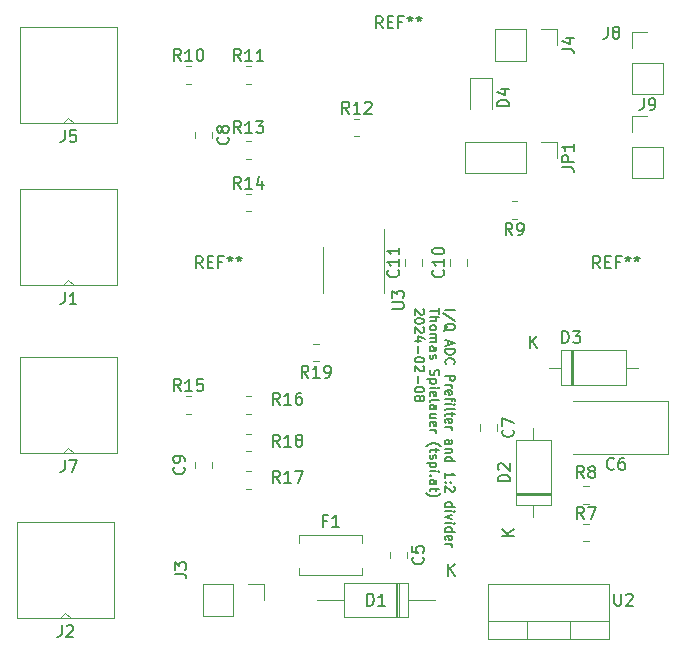
<source format=gto>
G04 #@! TF.GenerationSoftware,KiCad,Pcbnew,7.0.2*
G04 #@! TF.CreationDate,2024-02-08T16:58:34+01:00*
G04 #@! TF.ProjectId,FilterAndHalfBuffer,46696c74-6572-4416-9e64-48616c664275,rev?*
G04 #@! TF.SameCoordinates,Original*
G04 #@! TF.FileFunction,Legend,Top*
G04 #@! TF.FilePolarity,Positive*
%FSLAX46Y46*%
G04 Gerber Fmt 4.6, Leading zero omitted, Abs format (unit mm)*
G04 Created by KiCad (PCBNEW 7.0.2) date 2024-02-08 16:58:34*
%MOMM*%
%LPD*%
G01*
G04 APERTURE LIST*
%ADD10C,0.150000*%
%ADD11C,0.120000*%
G04 APERTURE END LIST*
D10*
X109369904Y-80835476D02*
X110169904Y-80835476D01*
X110208000Y-81787856D02*
X109179428Y-81102142D01*
X109293714Y-82587856D02*
X109331809Y-82511666D01*
X109331809Y-82511666D02*
X109408000Y-82435475D01*
X109408000Y-82435475D02*
X109522285Y-82321189D01*
X109522285Y-82321189D02*
X109560380Y-82244999D01*
X109560380Y-82244999D02*
X109560380Y-82168808D01*
X109369904Y-82206904D02*
X109408000Y-82130713D01*
X109408000Y-82130713D02*
X109484190Y-82054523D01*
X109484190Y-82054523D02*
X109636571Y-82016427D01*
X109636571Y-82016427D02*
X109903238Y-82016427D01*
X109903238Y-82016427D02*
X110055619Y-82054523D01*
X110055619Y-82054523D02*
X110131809Y-82130713D01*
X110131809Y-82130713D02*
X110169904Y-82206904D01*
X110169904Y-82206904D02*
X110169904Y-82359285D01*
X110169904Y-82359285D02*
X110131809Y-82435475D01*
X110131809Y-82435475D02*
X110055619Y-82511666D01*
X110055619Y-82511666D02*
X109903238Y-82549761D01*
X109903238Y-82549761D02*
X109636571Y-82549761D01*
X109636571Y-82549761D02*
X109484190Y-82511666D01*
X109484190Y-82511666D02*
X109408000Y-82435475D01*
X109408000Y-82435475D02*
X109369904Y-82359285D01*
X109369904Y-82359285D02*
X109369904Y-82206904D01*
X109598476Y-83464046D02*
X109598476Y-83844999D01*
X109369904Y-83387856D02*
X110169904Y-83654523D01*
X110169904Y-83654523D02*
X109369904Y-83921189D01*
X109369904Y-84187856D02*
X110169904Y-84187856D01*
X110169904Y-84187856D02*
X110169904Y-84378332D01*
X110169904Y-84378332D02*
X110131809Y-84492618D01*
X110131809Y-84492618D02*
X110055619Y-84568808D01*
X110055619Y-84568808D02*
X109979428Y-84606903D01*
X109979428Y-84606903D02*
X109827047Y-84644999D01*
X109827047Y-84644999D02*
X109712761Y-84644999D01*
X109712761Y-84644999D02*
X109560380Y-84606903D01*
X109560380Y-84606903D02*
X109484190Y-84568808D01*
X109484190Y-84568808D02*
X109408000Y-84492618D01*
X109408000Y-84492618D02*
X109369904Y-84378332D01*
X109369904Y-84378332D02*
X109369904Y-84187856D01*
X109446095Y-85444999D02*
X109408000Y-85406903D01*
X109408000Y-85406903D02*
X109369904Y-85292618D01*
X109369904Y-85292618D02*
X109369904Y-85216427D01*
X109369904Y-85216427D02*
X109408000Y-85102141D01*
X109408000Y-85102141D02*
X109484190Y-85025951D01*
X109484190Y-85025951D02*
X109560380Y-84987856D01*
X109560380Y-84987856D02*
X109712761Y-84949760D01*
X109712761Y-84949760D02*
X109827047Y-84949760D01*
X109827047Y-84949760D02*
X109979428Y-84987856D01*
X109979428Y-84987856D02*
X110055619Y-85025951D01*
X110055619Y-85025951D02*
X110131809Y-85102141D01*
X110131809Y-85102141D02*
X110169904Y-85216427D01*
X110169904Y-85216427D02*
X110169904Y-85292618D01*
X110169904Y-85292618D02*
X110131809Y-85406903D01*
X110131809Y-85406903D02*
X110093714Y-85444999D01*
X109369904Y-86397380D02*
X110169904Y-86397380D01*
X110169904Y-86397380D02*
X110169904Y-86702142D01*
X110169904Y-86702142D02*
X110131809Y-86778332D01*
X110131809Y-86778332D02*
X110093714Y-86816427D01*
X110093714Y-86816427D02*
X110017523Y-86854523D01*
X110017523Y-86854523D02*
X109903238Y-86854523D01*
X109903238Y-86854523D02*
X109827047Y-86816427D01*
X109827047Y-86816427D02*
X109788952Y-86778332D01*
X109788952Y-86778332D02*
X109750857Y-86702142D01*
X109750857Y-86702142D02*
X109750857Y-86397380D01*
X109369904Y-87197380D02*
X109903238Y-87197380D01*
X109750857Y-87197380D02*
X109827047Y-87235475D01*
X109827047Y-87235475D02*
X109865142Y-87273570D01*
X109865142Y-87273570D02*
X109903238Y-87349761D01*
X109903238Y-87349761D02*
X109903238Y-87425951D01*
X109408000Y-87997380D02*
X109369904Y-87921189D01*
X109369904Y-87921189D02*
X109369904Y-87768808D01*
X109369904Y-87768808D02*
X109408000Y-87692618D01*
X109408000Y-87692618D02*
X109484190Y-87654522D01*
X109484190Y-87654522D02*
X109788952Y-87654522D01*
X109788952Y-87654522D02*
X109865142Y-87692618D01*
X109865142Y-87692618D02*
X109903238Y-87768808D01*
X109903238Y-87768808D02*
X109903238Y-87921189D01*
X109903238Y-87921189D02*
X109865142Y-87997380D01*
X109865142Y-87997380D02*
X109788952Y-88035475D01*
X109788952Y-88035475D02*
X109712761Y-88035475D01*
X109712761Y-88035475D02*
X109636571Y-87654522D01*
X109903238Y-88264046D02*
X109903238Y-88568808D01*
X109369904Y-88378332D02*
X110055619Y-88378332D01*
X110055619Y-88378332D02*
X110131809Y-88416427D01*
X110131809Y-88416427D02*
X110169904Y-88492617D01*
X110169904Y-88492617D02*
X110169904Y-88568808D01*
X109369904Y-88835475D02*
X109903238Y-88835475D01*
X110169904Y-88835475D02*
X110131809Y-88797379D01*
X110131809Y-88797379D02*
X110093714Y-88835475D01*
X110093714Y-88835475D02*
X110131809Y-88873570D01*
X110131809Y-88873570D02*
X110169904Y-88835475D01*
X110169904Y-88835475D02*
X110093714Y-88835475D01*
X109369904Y-89330712D02*
X109408000Y-89254522D01*
X109408000Y-89254522D02*
X109484190Y-89216427D01*
X109484190Y-89216427D02*
X110169904Y-89216427D01*
X109903238Y-89521189D02*
X109903238Y-89825951D01*
X110169904Y-89635475D02*
X109484190Y-89635475D01*
X109484190Y-89635475D02*
X109408000Y-89673570D01*
X109408000Y-89673570D02*
X109369904Y-89749760D01*
X109369904Y-89749760D02*
X109369904Y-89825951D01*
X109408000Y-90397380D02*
X109369904Y-90321189D01*
X109369904Y-90321189D02*
X109369904Y-90168808D01*
X109369904Y-90168808D02*
X109408000Y-90092618D01*
X109408000Y-90092618D02*
X109484190Y-90054522D01*
X109484190Y-90054522D02*
X109788952Y-90054522D01*
X109788952Y-90054522D02*
X109865142Y-90092618D01*
X109865142Y-90092618D02*
X109903238Y-90168808D01*
X109903238Y-90168808D02*
X109903238Y-90321189D01*
X109903238Y-90321189D02*
X109865142Y-90397380D01*
X109865142Y-90397380D02*
X109788952Y-90435475D01*
X109788952Y-90435475D02*
X109712761Y-90435475D01*
X109712761Y-90435475D02*
X109636571Y-90054522D01*
X109369904Y-90778332D02*
X109903238Y-90778332D01*
X109750857Y-90778332D02*
X109827047Y-90816427D01*
X109827047Y-90816427D02*
X109865142Y-90854522D01*
X109865142Y-90854522D02*
X109903238Y-90930713D01*
X109903238Y-90930713D02*
X109903238Y-91006903D01*
X109369904Y-92225951D02*
X109788952Y-92225951D01*
X109788952Y-92225951D02*
X109865142Y-92187856D01*
X109865142Y-92187856D02*
X109903238Y-92111665D01*
X109903238Y-92111665D02*
X109903238Y-91959284D01*
X109903238Y-91959284D02*
X109865142Y-91883094D01*
X109408000Y-92225951D02*
X109369904Y-92149760D01*
X109369904Y-92149760D02*
X109369904Y-91959284D01*
X109369904Y-91959284D02*
X109408000Y-91883094D01*
X109408000Y-91883094D02*
X109484190Y-91844998D01*
X109484190Y-91844998D02*
X109560380Y-91844998D01*
X109560380Y-91844998D02*
X109636571Y-91883094D01*
X109636571Y-91883094D02*
X109674666Y-91959284D01*
X109674666Y-91959284D02*
X109674666Y-92149760D01*
X109674666Y-92149760D02*
X109712761Y-92225951D01*
X109903238Y-92606904D02*
X109369904Y-92606904D01*
X109827047Y-92606904D02*
X109865142Y-92644999D01*
X109865142Y-92644999D02*
X109903238Y-92721189D01*
X109903238Y-92721189D02*
X109903238Y-92835475D01*
X109903238Y-92835475D02*
X109865142Y-92911666D01*
X109865142Y-92911666D02*
X109788952Y-92949761D01*
X109788952Y-92949761D02*
X109369904Y-92949761D01*
X109369904Y-93673571D02*
X110169904Y-93673571D01*
X109408000Y-93673571D02*
X109369904Y-93597380D01*
X109369904Y-93597380D02*
X109369904Y-93444999D01*
X109369904Y-93444999D02*
X109408000Y-93368809D01*
X109408000Y-93368809D02*
X109446095Y-93330714D01*
X109446095Y-93330714D02*
X109522285Y-93292618D01*
X109522285Y-93292618D02*
X109750857Y-93292618D01*
X109750857Y-93292618D02*
X109827047Y-93330714D01*
X109827047Y-93330714D02*
X109865142Y-93368809D01*
X109865142Y-93368809D02*
X109903238Y-93444999D01*
X109903238Y-93444999D02*
X109903238Y-93597380D01*
X109903238Y-93597380D02*
X109865142Y-93673571D01*
X109369904Y-95083095D02*
X109369904Y-94625952D01*
X109369904Y-94854524D02*
X110169904Y-94854524D01*
X110169904Y-94854524D02*
X110055619Y-94778333D01*
X110055619Y-94778333D02*
X109979428Y-94702143D01*
X109979428Y-94702143D02*
X109941333Y-94625952D01*
X109446095Y-95425953D02*
X109408000Y-95464048D01*
X109408000Y-95464048D02*
X109369904Y-95425953D01*
X109369904Y-95425953D02*
X109408000Y-95387857D01*
X109408000Y-95387857D02*
X109446095Y-95425953D01*
X109446095Y-95425953D02*
X109369904Y-95425953D01*
X109865142Y-95425953D02*
X109827047Y-95464048D01*
X109827047Y-95464048D02*
X109788952Y-95425953D01*
X109788952Y-95425953D02*
X109827047Y-95387857D01*
X109827047Y-95387857D02*
X109865142Y-95425953D01*
X109865142Y-95425953D02*
X109788952Y-95425953D01*
X110093714Y-95768809D02*
X110131809Y-95806905D01*
X110131809Y-95806905D02*
X110169904Y-95883095D01*
X110169904Y-95883095D02*
X110169904Y-96073571D01*
X110169904Y-96073571D02*
X110131809Y-96149762D01*
X110131809Y-96149762D02*
X110093714Y-96187857D01*
X110093714Y-96187857D02*
X110017523Y-96225952D01*
X110017523Y-96225952D02*
X109941333Y-96225952D01*
X109941333Y-96225952D02*
X109827047Y-96187857D01*
X109827047Y-96187857D02*
X109369904Y-95730714D01*
X109369904Y-95730714D02*
X109369904Y-96225952D01*
X109369904Y-97521191D02*
X110169904Y-97521191D01*
X109408000Y-97521191D02*
X109369904Y-97445000D01*
X109369904Y-97445000D02*
X109369904Y-97292619D01*
X109369904Y-97292619D02*
X109408000Y-97216429D01*
X109408000Y-97216429D02*
X109446095Y-97178334D01*
X109446095Y-97178334D02*
X109522285Y-97140238D01*
X109522285Y-97140238D02*
X109750857Y-97140238D01*
X109750857Y-97140238D02*
X109827047Y-97178334D01*
X109827047Y-97178334D02*
X109865142Y-97216429D01*
X109865142Y-97216429D02*
X109903238Y-97292619D01*
X109903238Y-97292619D02*
X109903238Y-97445000D01*
X109903238Y-97445000D02*
X109865142Y-97521191D01*
X109369904Y-97902144D02*
X109903238Y-97902144D01*
X110169904Y-97902144D02*
X110131809Y-97864048D01*
X110131809Y-97864048D02*
X110093714Y-97902144D01*
X110093714Y-97902144D02*
X110131809Y-97940239D01*
X110131809Y-97940239D02*
X110169904Y-97902144D01*
X110169904Y-97902144D02*
X110093714Y-97902144D01*
X109903238Y-98206905D02*
X109369904Y-98397381D01*
X109369904Y-98397381D02*
X109903238Y-98587858D01*
X109369904Y-98892620D02*
X109903238Y-98892620D01*
X110169904Y-98892620D02*
X110131809Y-98854524D01*
X110131809Y-98854524D02*
X110093714Y-98892620D01*
X110093714Y-98892620D02*
X110131809Y-98930715D01*
X110131809Y-98930715D02*
X110169904Y-98892620D01*
X110169904Y-98892620D02*
X110093714Y-98892620D01*
X109369904Y-99616429D02*
X110169904Y-99616429D01*
X109408000Y-99616429D02*
X109369904Y-99540238D01*
X109369904Y-99540238D02*
X109369904Y-99387857D01*
X109369904Y-99387857D02*
X109408000Y-99311667D01*
X109408000Y-99311667D02*
X109446095Y-99273572D01*
X109446095Y-99273572D02*
X109522285Y-99235476D01*
X109522285Y-99235476D02*
X109750857Y-99235476D01*
X109750857Y-99235476D02*
X109827047Y-99273572D01*
X109827047Y-99273572D02*
X109865142Y-99311667D01*
X109865142Y-99311667D02*
X109903238Y-99387857D01*
X109903238Y-99387857D02*
X109903238Y-99540238D01*
X109903238Y-99540238D02*
X109865142Y-99616429D01*
X109408000Y-100302144D02*
X109369904Y-100225953D01*
X109369904Y-100225953D02*
X109369904Y-100073572D01*
X109369904Y-100073572D02*
X109408000Y-99997382D01*
X109408000Y-99997382D02*
X109484190Y-99959286D01*
X109484190Y-99959286D02*
X109788952Y-99959286D01*
X109788952Y-99959286D02*
X109865142Y-99997382D01*
X109865142Y-99997382D02*
X109903238Y-100073572D01*
X109903238Y-100073572D02*
X109903238Y-100225953D01*
X109903238Y-100225953D02*
X109865142Y-100302144D01*
X109865142Y-100302144D02*
X109788952Y-100340239D01*
X109788952Y-100340239D02*
X109712761Y-100340239D01*
X109712761Y-100340239D02*
X109636571Y-99959286D01*
X109369904Y-100683096D02*
X109903238Y-100683096D01*
X109750857Y-100683096D02*
X109827047Y-100721191D01*
X109827047Y-100721191D02*
X109865142Y-100759286D01*
X109865142Y-100759286D02*
X109903238Y-100835477D01*
X109903238Y-100835477D02*
X109903238Y-100911667D01*
X108873904Y-80721190D02*
X108873904Y-81178333D01*
X108073904Y-80949761D02*
X108873904Y-80949761D01*
X108073904Y-81445000D02*
X108873904Y-81445000D01*
X108073904Y-81787857D02*
X108492952Y-81787857D01*
X108492952Y-81787857D02*
X108569142Y-81749762D01*
X108569142Y-81749762D02*
X108607238Y-81673571D01*
X108607238Y-81673571D02*
X108607238Y-81559285D01*
X108607238Y-81559285D02*
X108569142Y-81483095D01*
X108569142Y-81483095D02*
X108531047Y-81445000D01*
X108073904Y-82283095D02*
X108112000Y-82206905D01*
X108112000Y-82206905D02*
X108150095Y-82168810D01*
X108150095Y-82168810D02*
X108226285Y-82130714D01*
X108226285Y-82130714D02*
X108454857Y-82130714D01*
X108454857Y-82130714D02*
X108531047Y-82168810D01*
X108531047Y-82168810D02*
X108569142Y-82206905D01*
X108569142Y-82206905D02*
X108607238Y-82283095D01*
X108607238Y-82283095D02*
X108607238Y-82397381D01*
X108607238Y-82397381D02*
X108569142Y-82473572D01*
X108569142Y-82473572D02*
X108531047Y-82511667D01*
X108531047Y-82511667D02*
X108454857Y-82549762D01*
X108454857Y-82549762D02*
X108226285Y-82549762D01*
X108226285Y-82549762D02*
X108150095Y-82511667D01*
X108150095Y-82511667D02*
X108112000Y-82473572D01*
X108112000Y-82473572D02*
X108073904Y-82397381D01*
X108073904Y-82397381D02*
X108073904Y-82283095D01*
X108073904Y-82892620D02*
X108607238Y-82892620D01*
X108531047Y-82892620D02*
X108569142Y-82930715D01*
X108569142Y-82930715D02*
X108607238Y-83006905D01*
X108607238Y-83006905D02*
X108607238Y-83121191D01*
X108607238Y-83121191D02*
X108569142Y-83197382D01*
X108569142Y-83197382D02*
X108492952Y-83235477D01*
X108492952Y-83235477D02*
X108073904Y-83235477D01*
X108492952Y-83235477D02*
X108569142Y-83273572D01*
X108569142Y-83273572D02*
X108607238Y-83349763D01*
X108607238Y-83349763D02*
X108607238Y-83464048D01*
X108607238Y-83464048D02*
X108569142Y-83540239D01*
X108569142Y-83540239D02*
X108492952Y-83578334D01*
X108492952Y-83578334D02*
X108073904Y-83578334D01*
X108073904Y-84302144D02*
X108492952Y-84302144D01*
X108492952Y-84302144D02*
X108569142Y-84264049D01*
X108569142Y-84264049D02*
X108607238Y-84187858D01*
X108607238Y-84187858D02*
X108607238Y-84035477D01*
X108607238Y-84035477D02*
X108569142Y-83959287D01*
X108112000Y-84302144D02*
X108073904Y-84225953D01*
X108073904Y-84225953D02*
X108073904Y-84035477D01*
X108073904Y-84035477D02*
X108112000Y-83959287D01*
X108112000Y-83959287D02*
X108188190Y-83921191D01*
X108188190Y-83921191D02*
X108264380Y-83921191D01*
X108264380Y-83921191D02*
X108340571Y-83959287D01*
X108340571Y-83959287D02*
X108378666Y-84035477D01*
X108378666Y-84035477D02*
X108378666Y-84225953D01*
X108378666Y-84225953D02*
X108416761Y-84302144D01*
X108112000Y-84645001D02*
X108073904Y-84721192D01*
X108073904Y-84721192D02*
X108073904Y-84873573D01*
X108073904Y-84873573D02*
X108112000Y-84949763D01*
X108112000Y-84949763D02*
X108188190Y-84987859D01*
X108188190Y-84987859D02*
X108226285Y-84987859D01*
X108226285Y-84987859D02*
X108302476Y-84949763D01*
X108302476Y-84949763D02*
X108340571Y-84873573D01*
X108340571Y-84873573D02*
X108340571Y-84759287D01*
X108340571Y-84759287D02*
X108378666Y-84683097D01*
X108378666Y-84683097D02*
X108454857Y-84645001D01*
X108454857Y-84645001D02*
X108492952Y-84645001D01*
X108492952Y-84645001D02*
X108569142Y-84683097D01*
X108569142Y-84683097D02*
X108607238Y-84759287D01*
X108607238Y-84759287D02*
X108607238Y-84873573D01*
X108607238Y-84873573D02*
X108569142Y-84949763D01*
X108112000Y-85902144D02*
X108073904Y-86016430D01*
X108073904Y-86016430D02*
X108073904Y-86206906D01*
X108073904Y-86206906D02*
X108112000Y-86283097D01*
X108112000Y-86283097D02*
X108150095Y-86321192D01*
X108150095Y-86321192D02*
X108226285Y-86359287D01*
X108226285Y-86359287D02*
X108302476Y-86359287D01*
X108302476Y-86359287D02*
X108378666Y-86321192D01*
X108378666Y-86321192D02*
X108416761Y-86283097D01*
X108416761Y-86283097D02*
X108454857Y-86206906D01*
X108454857Y-86206906D02*
X108492952Y-86054525D01*
X108492952Y-86054525D02*
X108531047Y-85978335D01*
X108531047Y-85978335D02*
X108569142Y-85940240D01*
X108569142Y-85940240D02*
X108645333Y-85902144D01*
X108645333Y-85902144D02*
X108721523Y-85902144D01*
X108721523Y-85902144D02*
X108797714Y-85940240D01*
X108797714Y-85940240D02*
X108835809Y-85978335D01*
X108835809Y-85978335D02*
X108873904Y-86054525D01*
X108873904Y-86054525D02*
X108873904Y-86245002D01*
X108873904Y-86245002D02*
X108835809Y-86359287D01*
X108607238Y-86702145D02*
X107807238Y-86702145D01*
X108569142Y-86702145D02*
X108607238Y-86778335D01*
X108607238Y-86778335D02*
X108607238Y-86930716D01*
X108607238Y-86930716D02*
X108569142Y-87006907D01*
X108569142Y-87006907D02*
X108531047Y-87045002D01*
X108531047Y-87045002D02*
X108454857Y-87083097D01*
X108454857Y-87083097D02*
X108226285Y-87083097D01*
X108226285Y-87083097D02*
X108150095Y-87045002D01*
X108150095Y-87045002D02*
X108112000Y-87006907D01*
X108112000Y-87006907D02*
X108073904Y-86930716D01*
X108073904Y-86930716D02*
X108073904Y-86778335D01*
X108073904Y-86778335D02*
X108112000Y-86702145D01*
X108073904Y-87425955D02*
X108607238Y-87425955D01*
X108873904Y-87425955D02*
X108835809Y-87387859D01*
X108835809Y-87387859D02*
X108797714Y-87425955D01*
X108797714Y-87425955D02*
X108835809Y-87464050D01*
X108835809Y-87464050D02*
X108873904Y-87425955D01*
X108873904Y-87425955D02*
X108797714Y-87425955D01*
X108112000Y-88111669D02*
X108073904Y-88035478D01*
X108073904Y-88035478D02*
X108073904Y-87883097D01*
X108073904Y-87883097D02*
X108112000Y-87806907D01*
X108112000Y-87806907D02*
X108188190Y-87768811D01*
X108188190Y-87768811D02*
X108492952Y-87768811D01*
X108492952Y-87768811D02*
X108569142Y-87806907D01*
X108569142Y-87806907D02*
X108607238Y-87883097D01*
X108607238Y-87883097D02*
X108607238Y-88035478D01*
X108607238Y-88035478D02*
X108569142Y-88111669D01*
X108569142Y-88111669D02*
X108492952Y-88149764D01*
X108492952Y-88149764D02*
X108416761Y-88149764D01*
X108416761Y-88149764D02*
X108340571Y-87768811D01*
X108073904Y-88606906D02*
X108112000Y-88530716D01*
X108112000Y-88530716D02*
X108188190Y-88492621D01*
X108188190Y-88492621D02*
X108873904Y-88492621D01*
X108073904Y-89254526D02*
X108492952Y-89254526D01*
X108492952Y-89254526D02*
X108569142Y-89216431D01*
X108569142Y-89216431D02*
X108607238Y-89140240D01*
X108607238Y-89140240D02*
X108607238Y-88987859D01*
X108607238Y-88987859D02*
X108569142Y-88911669D01*
X108112000Y-89254526D02*
X108073904Y-89178335D01*
X108073904Y-89178335D02*
X108073904Y-88987859D01*
X108073904Y-88987859D02*
X108112000Y-88911669D01*
X108112000Y-88911669D02*
X108188190Y-88873573D01*
X108188190Y-88873573D02*
X108264380Y-88873573D01*
X108264380Y-88873573D02*
X108340571Y-88911669D01*
X108340571Y-88911669D02*
X108378666Y-88987859D01*
X108378666Y-88987859D02*
X108378666Y-89178335D01*
X108378666Y-89178335D02*
X108416761Y-89254526D01*
X108607238Y-89978336D02*
X108073904Y-89978336D01*
X108607238Y-89635479D02*
X108188190Y-89635479D01*
X108188190Y-89635479D02*
X108112000Y-89673574D01*
X108112000Y-89673574D02*
X108073904Y-89749764D01*
X108073904Y-89749764D02*
X108073904Y-89864050D01*
X108073904Y-89864050D02*
X108112000Y-89940241D01*
X108112000Y-89940241D02*
X108150095Y-89978336D01*
X108112000Y-90664051D02*
X108073904Y-90587860D01*
X108073904Y-90587860D02*
X108073904Y-90435479D01*
X108073904Y-90435479D02*
X108112000Y-90359289D01*
X108112000Y-90359289D02*
X108188190Y-90321193D01*
X108188190Y-90321193D02*
X108492952Y-90321193D01*
X108492952Y-90321193D02*
X108569142Y-90359289D01*
X108569142Y-90359289D02*
X108607238Y-90435479D01*
X108607238Y-90435479D02*
X108607238Y-90587860D01*
X108607238Y-90587860D02*
X108569142Y-90664051D01*
X108569142Y-90664051D02*
X108492952Y-90702146D01*
X108492952Y-90702146D02*
X108416761Y-90702146D01*
X108416761Y-90702146D02*
X108340571Y-90321193D01*
X108073904Y-91045003D02*
X108607238Y-91045003D01*
X108454857Y-91045003D02*
X108531047Y-91083098D01*
X108531047Y-91083098D02*
X108569142Y-91121193D01*
X108569142Y-91121193D02*
X108607238Y-91197384D01*
X108607238Y-91197384D02*
X108607238Y-91273574D01*
X107769142Y-92378336D02*
X107807238Y-92340241D01*
X107807238Y-92340241D02*
X107921523Y-92264050D01*
X107921523Y-92264050D02*
X107997714Y-92225955D01*
X107997714Y-92225955D02*
X108112000Y-92187860D01*
X108112000Y-92187860D02*
X108302476Y-92149765D01*
X108302476Y-92149765D02*
X108454857Y-92149765D01*
X108454857Y-92149765D02*
X108645333Y-92187860D01*
X108645333Y-92187860D02*
X108759619Y-92225955D01*
X108759619Y-92225955D02*
X108835809Y-92264050D01*
X108835809Y-92264050D02*
X108950095Y-92340241D01*
X108950095Y-92340241D02*
X108988190Y-92378336D01*
X108607238Y-92568812D02*
X108607238Y-92873574D01*
X108873904Y-92683098D02*
X108188190Y-92683098D01*
X108188190Y-92683098D02*
X108112000Y-92721193D01*
X108112000Y-92721193D02*
X108073904Y-92797383D01*
X108073904Y-92797383D02*
X108073904Y-92873574D01*
X108112000Y-93102145D02*
X108073904Y-93178336D01*
X108073904Y-93178336D02*
X108073904Y-93330717D01*
X108073904Y-93330717D02*
X108112000Y-93406907D01*
X108112000Y-93406907D02*
X108188190Y-93445003D01*
X108188190Y-93445003D02*
X108226285Y-93445003D01*
X108226285Y-93445003D02*
X108302476Y-93406907D01*
X108302476Y-93406907D02*
X108340571Y-93330717D01*
X108340571Y-93330717D02*
X108340571Y-93216431D01*
X108340571Y-93216431D02*
X108378666Y-93140241D01*
X108378666Y-93140241D02*
X108454857Y-93102145D01*
X108454857Y-93102145D02*
X108492952Y-93102145D01*
X108492952Y-93102145D02*
X108569142Y-93140241D01*
X108569142Y-93140241D02*
X108607238Y-93216431D01*
X108607238Y-93216431D02*
X108607238Y-93330717D01*
X108607238Y-93330717D02*
X108569142Y-93406907D01*
X108607238Y-93787860D02*
X107807238Y-93787860D01*
X108569142Y-93787860D02*
X108607238Y-93864050D01*
X108607238Y-93864050D02*
X108607238Y-94016431D01*
X108607238Y-94016431D02*
X108569142Y-94092622D01*
X108569142Y-94092622D02*
X108531047Y-94130717D01*
X108531047Y-94130717D02*
X108454857Y-94168812D01*
X108454857Y-94168812D02*
X108226285Y-94168812D01*
X108226285Y-94168812D02*
X108150095Y-94130717D01*
X108150095Y-94130717D02*
X108112000Y-94092622D01*
X108112000Y-94092622D02*
X108073904Y-94016431D01*
X108073904Y-94016431D02*
X108073904Y-93864050D01*
X108073904Y-93864050D02*
X108112000Y-93787860D01*
X108073904Y-94511670D02*
X108607238Y-94511670D01*
X108873904Y-94511670D02*
X108835809Y-94473574D01*
X108835809Y-94473574D02*
X108797714Y-94511670D01*
X108797714Y-94511670D02*
X108835809Y-94549765D01*
X108835809Y-94549765D02*
X108873904Y-94511670D01*
X108873904Y-94511670D02*
X108797714Y-94511670D01*
X108150095Y-94892622D02*
X108112000Y-94930717D01*
X108112000Y-94930717D02*
X108073904Y-94892622D01*
X108073904Y-94892622D02*
X108112000Y-94854526D01*
X108112000Y-94854526D02*
X108150095Y-94892622D01*
X108150095Y-94892622D02*
X108073904Y-94892622D01*
X108073904Y-95616431D02*
X108492952Y-95616431D01*
X108492952Y-95616431D02*
X108569142Y-95578336D01*
X108569142Y-95578336D02*
X108607238Y-95502145D01*
X108607238Y-95502145D02*
X108607238Y-95349764D01*
X108607238Y-95349764D02*
X108569142Y-95273574D01*
X108112000Y-95616431D02*
X108073904Y-95540240D01*
X108073904Y-95540240D02*
X108073904Y-95349764D01*
X108073904Y-95349764D02*
X108112000Y-95273574D01*
X108112000Y-95273574D02*
X108188190Y-95235478D01*
X108188190Y-95235478D02*
X108264380Y-95235478D01*
X108264380Y-95235478D02*
X108340571Y-95273574D01*
X108340571Y-95273574D02*
X108378666Y-95349764D01*
X108378666Y-95349764D02*
X108378666Y-95540240D01*
X108378666Y-95540240D02*
X108416761Y-95616431D01*
X108607238Y-95883098D02*
X108607238Y-96187860D01*
X108873904Y-95997384D02*
X108188190Y-95997384D01*
X108188190Y-95997384D02*
X108112000Y-96035479D01*
X108112000Y-96035479D02*
X108073904Y-96111669D01*
X108073904Y-96111669D02*
X108073904Y-96187860D01*
X107769142Y-96378336D02*
X107807238Y-96416431D01*
X107807238Y-96416431D02*
X107921523Y-96492622D01*
X107921523Y-96492622D02*
X107997714Y-96530717D01*
X107997714Y-96530717D02*
X108112000Y-96568812D01*
X108112000Y-96568812D02*
X108302476Y-96606908D01*
X108302476Y-96606908D02*
X108454857Y-96606908D01*
X108454857Y-96606908D02*
X108645333Y-96568812D01*
X108645333Y-96568812D02*
X108759619Y-96530717D01*
X108759619Y-96530717D02*
X108835809Y-96492622D01*
X108835809Y-96492622D02*
X108950095Y-96416431D01*
X108950095Y-96416431D02*
X108988190Y-96378336D01*
X107501714Y-80797380D02*
X107539809Y-80835476D01*
X107539809Y-80835476D02*
X107577904Y-80911666D01*
X107577904Y-80911666D02*
X107577904Y-81102142D01*
X107577904Y-81102142D02*
X107539809Y-81178333D01*
X107539809Y-81178333D02*
X107501714Y-81216428D01*
X107501714Y-81216428D02*
X107425523Y-81254523D01*
X107425523Y-81254523D02*
X107349333Y-81254523D01*
X107349333Y-81254523D02*
X107235047Y-81216428D01*
X107235047Y-81216428D02*
X106777904Y-80759285D01*
X106777904Y-80759285D02*
X106777904Y-81254523D01*
X107577904Y-81749762D02*
X107577904Y-81825952D01*
X107577904Y-81825952D02*
X107539809Y-81902143D01*
X107539809Y-81902143D02*
X107501714Y-81940238D01*
X107501714Y-81940238D02*
X107425523Y-81978333D01*
X107425523Y-81978333D02*
X107273142Y-82016428D01*
X107273142Y-82016428D02*
X107082666Y-82016428D01*
X107082666Y-82016428D02*
X106930285Y-81978333D01*
X106930285Y-81978333D02*
X106854095Y-81940238D01*
X106854095Y-81940238D02*
X106816000Y-81902143D01*
X106816000Y-81902143D02*
X106777904Y-81825952D01*
X106777904Y-81825952D02*
X106777904Y-81749762D01*
X106777904Y-81749762D02*
X106816000Y-81673571D01*
X106816000Y-81673571D02*
X106854095Y-81635476D01*
X106854095Y-81635476D02*
X106930285Y-81597381D01*
X106930285Y-81597381D02*
X107082666Y-81559285D01*
X107082666Y-81559285D02*
X107273142Y-81559285D01*
X107273142Y-81559285D02*
X107425523Y-81597381D01*
X107425523Y-81597381D02*
X107501714Y-81635476D01*
X107501714Y-81635476D02*
X107539809Y-81673571D01*
X107539809Y-81673571D02*
X107577904Y-81749762D01*
X107501714Y-82321190D02*
X107539809Y-82359286D01*
X107539809Y-82359286D02*
X107577904Y-82435476D01*
X107577904Y-82435476D02*
X107577904Y-82625952D01*
X107577904Y-82625952D02*
X107539809Y-82702143D01*
X107539809Y-82702143D02*
X107501714Y-82740238D01*
X107501714Y-82740238D02*
X107425523Y-82778333D01*
X107425523Y-82778333D02*
X107349333Y-82778333D01*
X107349333Y-82778333D02*
X107235047Y-82740238D01*
X107235047Y-82740238D02*
X106777904Y-82283095D01*
X106777904Y-82283095D02*
X106777904Y-82778333D01*
X107311238Y-83464048D02*
X106777904Y-83464048D01*
X107616000Y-83273572D02*
X107044571Y-83083095D01*
X107044571Y-83083095D02*
X107044571Y-83578334D01*
X107082666Y-83883096D02*
X107082666Y-84492620D01*
X107577904Y-85025953D02*
X107577904Y-85102143D01*
X107577904Y-85102143D02*
X107539809Y-85178334D01*
X107539809Y-85178334D02*
X107501714Y-85216429D01*
X107501714Y-85216429D02*
X107425523Y-85254524D01*
X107425523Y-85254524D02*
X107273142Y-85292619D01*
X107273142Y-85292619D02*
X107082666Y-85292619D01*
X107082666Y-85292619D02*
X106930285Y-85254524D01*
X106930285Y-85254524D02*
X106854095Y-85216429D01*
X106854095Y-85216429D02*
X106816000Y-85178334D01*
X106816000Y-85178334D02*
X106777904Y-85102143D01*
X106777904Y-85102143D02*
X106777904Y-85025953D01*
X106777904Y-85025953D02*
X106816000Y-84949762D01*
X106816000Y-84949762D02*
X106854095Y-84911667D01*
X106854095Y-84911667D02*
X106930285Y-84873572D01*
X106930285Y-84873572D02*
X107082666Y-84835476D01*
X107082666Y-84835476D02*
X107273142Y-84835476D01*
X107273142Y-84835476D02*
X107425523Y-84873572D01*
X107425523Y-84873572D02*
X107501714Y-84911667D01*
X107501714Y-84911667D02*
X107539809Y-84949762D01*
X107539809Y-84949762D02*
X107577904Y-85025953D01*
X107501714Y-85597381D02*
X107539809Y-85635477D01*
X107539809Y-85635477D02*
X107577904Y-85711667D01*
X107577904Y-85711667D02*
X107577904Y-85902143D01*
X107577904Y-85902143D02*
X107539809Y-85978334D01*
X107539809Y-85978334D02*
X107501714Y-86016429D01*
X107501714Y-86016429D02*
X107425523Y-86054524D01*
X107425523Y-86054524D02*
X107349333Y-86054524D01*
X107349333Y-86054524D02*
X107235047Y-86016429D01*
X107235047Y-86016429D02*
X106777904Y-85559286D01*
X106777904Y-85559286D02*
X106777904Y-86054524D01*
X107082666Y-86397382D02*
X107082666Y-87006906D01*
X107577904Y-87540239D02*
X107577904Y-87616429D01*
X107577904Y-87616429D02*
X107539809Y-87692620D01*
X107539809Y-87692620D02*
X107501714Y-87730715D01*
X107501714Y-87730715D02*
X107425523Y-87768810D01*
X107425523Y-87768810D02*
X107273142Y-87806905D01*
X107273142Y-87806905D02*
X107082666Y-87806905D01*
X107082666Y-87806905D02*
X106930285Y-87768810D01*
X106930285Y-87768810D02*
X106854095Y-87730715D01*
X106854095Y-87730715D02*
X106816000Y-87692620D01*
X106816000Y-87692620D02*
X106777904Y-87616429D01*
X106777904Y-87616429D02*
X106777904Y-87540239D01*
X106777904Y-87540239D02*
X106816000Y-87464048D01*
X106816000Y-87464048D02*
X106854095Y-87425953D01*
X106854095Y-87425953D02*
X106930285Y-87387858D01*
X106930285Y-87387858D02*
X107082666Y-87349762D01*
X107082666Y-87349762D02*
X107273142Y-87349762D01*
X107273142Y-87349762D02*
X107425523Y-87387858D01*
X107425523Y-87387858D02*
X107501714Y-87425953D01*
X107501714Y-87425953D02*
X107539809Y-87464048D01*
X107539809Y-87464048D02*
X107577904Y-87540239D01*
X107235047Y-88264048D02*
X107273142Y-88187858D01*
X107273142Y-88187858D02*
X107311238Y-88149763D01*
X107311238Y-88149763D02*
X107387428Y-88111667D01*
X107387428Y-88111667D02*
X107425523Y-88111667D01*
X107425523Y-88111667D02*
X107501714Y-88149763D01*
X107501714Y-88149763D02*
X107539809Y-88187858D01*
X107539809Y-88187858D02*
X107577904Y-88264048D01*
X107577904Y-88264048D02*
X107577904Y-88416429D01*
X107577904Y-88416429D02*
X107539809Y-88492620D01*
X107539809Y-88492620D02*
X107501714Y-88530715D01*
X107501714Y-88530715D02*
X107425523Y-88568810D01*
X107425523Y-88568810D02*
X107387428Y-88568810D01*
X107387428Y-88568810D02*
X107311238Y-88530715D01*
X107311238Y-88530715D02*
X107273142Y-88492620D01*
X107273142Y-88492620D02*
X107235047Y-88416429D01*
X107235047Y-88416429D02*
X107235047Y-88264048D01*
X107235047Y-88264048D02*
X107196952Y-88187858D01*
X107196952Y-88187858D02*
X107158857Y-88149763D01*
X107158857Y-88149763D02*
X107082666Y-88111667D01*
X107082666Y-88111667D02*
X106930285Y-88111667D01*
X106930285Y-88111667D02*
X106854095Y-88149763D01*
X106854095Y-88149763D02*
X106816000Y-88187858D01*
X106816000Y-88187858D02*
X106777904Y-88264048D01*
X106777904Y-88264048D02*
X106777904Y-88416429D01*
X106777904Y-88416429D02*
X106816000Y-88492620D01*
X106816000Y-88492620D02*
X106854095Y-88530715D01*
X106854095Y-88530715D02*
X106930285Y-88568810D01*
X106930285Y-88568810D02*
X107082666Y-88568810D01*
X107082666Y-88568810D02*
X107158857Y-88530715D01*
X107158857Y-88530715D02*
X107196952Y-88492620D01*
X107196952Y-88492620D02*
X107235047Y-88416429D01*
G04 #@! TO.C,J9*
X126158666Y-62913619D02*
X126158666Y-63627904D01*
X126158666Y-63627904D02*
X126111047Y-63770761D01*
X126111047Y-63770761D02*
X126015809Y-63866000D01*
X126015809Y-63866000D02*
X125872952Y-63913619D01*
X125872952Y-63913619D02*
X125777714Y-63913619D01*
X126682476Y-63913619D02*
X126872952Y-63913619D01*
X126872952Y-63913619D02*
X126968190Y-63866000D01*
X126968190Y-63866000D02*
X127015809Y-63818380D01*
X127015809Y-63818380D02*
X127111047Y-63675523D01*
X127111047Y-63675523D02*
X127158666Y-63485047D01*
X127158666Y-63485047D02*
X127158666Y-63104095D01*
X127158666Y-63104095D02*
X127111047Y-63008857D01*
X127111047Y-63008857D02*
X127063428Y-62961238D01*
X127063428Y-62961238D02*
X126968190Y-62913619D01*
X126968190Y-62913619D02*
X126777714Y-62913619D01*
X126777714Y-62913619D02*
X126682476Y-62961238D01*
X126682476Y-62961238D02*
X126634857Y-63008857D01*
X126634857Y-63008857D02*
X126587238Y-63104095D01*
X126587238Y-63104095D02*
X126587238Y-63342190D01*
X126587238Y-63342190D02*
X126634857Y-63437428D01*
X126634857Y-63437428D02*
X126682476Y-63485047D01*
X126682476Y-63485047D02*
X126777714Y-63532666D01*
X126777714Y-63532666D02*
X126968190Y-63532666D01*
X126968190Y-63532666D02*
X127063428Y-63485047D01*
X127063428Y-63485047D02*
X127111047Y-63437428D01*
X127111047Y-63437428D02*
X127158666Y-63342190D01*
G04 #@! TO.C,J8*
X123110666Y-56866619D02*
X123110666Y-57580904D01*
X123110666Y-57580904D02*
X123063047Y-57723761D01*
X123063047Y-57723761D02*
X122967809Y-57819000D01*
X122967809Y-57819000D02*
X122824952Y-57866619D01*
X122824952Y-57866619D02*
X122729714Y-57866619D01*
X123729714Y-57295190D02*
X123634476Y-57247571D01*
X123634476Y-57247571D02*
X123586857Y-57199952D01*
X123586857Y-57199952D02*
X123539238Y-57104714D01*
X123539238Y-57104714D02*
X123539238Y-57057095D01*
X123539238Y-57057095D02*
X123586857Y-56961857D01*
X123586857Y-56961857D02*
X123634476Y-56914238D01*
X123634476Y-56914238D02*
X123729714Y-56866619D01*
X123729714Y-56866619D02*
X123920190Y-56866619D01*
X123920190Y-56866619D02*
X124015428Y-56914238D01*
X124015428Y-56914238D02*
X124063047Y-56961857D01*
X124063047Y-56961857D02*
X124110666Y-57057095D01*
X124110666Y-57057095D02*
X124110666Y-57104714D01*
X124110666Y-57104714D02*
X124063047Y-57199952D01*
X124063047Y-57199952D02*
X124015428Y-57247571D01*
X124015428Y-57247571D02*
X123920190Y-57295190D01*
X123920190Y-57295190D02*
X123729714Y-57295190D01*
X123729714Y-57295190D02*
X123634476Y-57342809D01*
X123634476Y-57342809D02*
X123586857Y-57390428D01*
X123586857Y-57390428D02*
X123539238Y-57485666D01*
X123539238Y-57485666D02*
X123539238Y-57676142D01*
X123539238Y-57676142D02*
X123586857Y-57771380D01*
X123586857Y-57771380D02*
X123634476Y-57819000D01*
X123634476Y-57819000D02*
X123729714Y-57866619D01*
X123729714Y-57866619D02*
X123920190Y-57866619D01*
X123920190Y-57866619D02*
X124015428Y-57819000D01*
X124015428Y-57819000D02*
X124063047Y-57771380D01*
X124063047Y-57771380D02*
X124110666Y-57676142D01*
X124110666Y-57676142D02*
X124110666Y-57485666D01*
X124110666Y-57485666D02*
X124063047Y-57390428D01*
X124063047Y-57390428D02*
X124015428Y-57342809D01*
X124015428Y-57342809D02*
X123920190Y-57295190D01*
G04 #@! TO.C,REF\u002A\u002A*
X122491666Y-77307619D02*
X122158333Y-76831428D01*
X121920238Y-77307619D02*
X121920238Y-76307619D01*
X121920238Y-76307619D02*
X122301190Y-76307619D01*
X122301190Y-76307619D02*
X122396428Y-76355238D01*
X122396428Y-76355238D02*
X122444047Y-76402857D01*
X122444047Y-76402857D02*
X122491666Y-76498095D01*
X122491666Y-76498095D02*
X122491666Y-76640952D01*
X122491666Y-76640952D02*
X122444047Y-76736190D01*
X122444047Y-76736190D02*
X122396428Y-76783809D01*
X122396428Y-76783809D02*
X122301190Y-76831428D01*
X122301190Y-76831428D02*
X121920238Y-76831428D01*
X122920238Y-76783809D02*
X123253571Y-76783809D01*
X123396428Y-77307619D02*
X122920238Y-77307619D01*
X122920238Y-77307619D02*
X122920238Y-76307619D01*
X122920238Y-76307619D02*
X123396428Y-76307619D01*
X124158333Y-76783809D02*
X123825000Y-76783809D01*
X123825000Y-77307619D02*
X123825000Y-76307619D01*
X123825000Y-76307619D02*
X124301190Y-76307619D01*
X124825000Y-76307619D02*
X124825000Y-76545714D01*
X124586905Y-76450476D02*
X124825000Y-76545714D01*
X124825000Y-76545714D02*
X125063095Y-76450476D01*
X124682143Y-76736190D02*
X124825000Y-76545714D01*
X124825000Y-76545714D02*
X124967857Y-76736190D01*
X125586905Y-76307619D02*
X125586905Y-76545714D01*
X125348810Y-76450476D02*
X125586905Y-76545714D01*
X125586905Y-76545714D02*
X125825000Y-76450476D01*
X125444048Y-76736190D02*
X125586905Y-76545714D01*
X125586905Y-76545714D02*
X125729762Y-76736190D01*
X104076666Y-56987619D02*
X103743333Y-56511428D01*
X103505238Y-56987619D02*
X103505238Y-55987619D01*
X103505238Y-55987619D02*
X103886190Y-55987619D01*
X103886190Y-55987619D02*
X103981428Y-56035238D01*
X103981428Y-56035238D02*
X104029047Y-56082857D01*
X104029047Y-56082857D02*
X104076666Y-56178095D01*
X104076666Y-56178095D02*
X104076666Y-56320952D01*
X104076666Y-56320952D02*
X104029047Y-56416190D01*
X104029047Y-56416190D02*
X103981428Y-56463809D01*
X103981428Y-56463809D02*
X103886190Y-56511428D01*
X103886190Y-56511428D02*
X103505238Y-56511428D01*
X104505238Y-56463809D02*
X104838571Y-56463809D01*
X104981428Y-56987619D02*
X104505238Y-56987619D01*
X104505238Y-56987619D02*
X104505238Y-55987619D01*
X104505238Y-55987619D02*
X104981428Y-55987619D01*
X105743333Y-56463809D02*
X105410000Y-56463809D01*
X105410000Y-56987619D02*
X105410000Y-55987619D01*
X105410000Y-55987619D02*
X105886190Y-55987619D01*
X106410000Y-55987619D02*
X106410000Y-56225714D01*
X106171905Y-56130476D02*
X106410000Y-56225714D01*
X106410000Y-56225714D02*
X106648095Y-56130476D01*
X106267143Y-56416190D02*
X106410000Y-56225714D01*
X106410000Y-56225714D02*
X106552857Y-56416190D01*
X107171905Y-55987619D02*
X107171905Y-56225714D01*
X106933810Y-56130476D02*
X107171905Y-56225714D01*
X107171905Y-56225714D02*
X107410000Y-56130476D01*
X107029048Y-56416190D02*
X107171905Y-56225714D01*
X107171905Y-56225714D02*
X107314762Y-56416190D01*
X88836666Y-77307619D02*
X88503333Y-76831428D01*
X88265238Y-77307619D02*
X88265238Y-76307619D01*
X88265238Y-76307619D02*
X88646190Y-76307619D01*
X88646190Y-76307619D02*
X88741428Y-76355238D01*
X88741428Y-76355238D02*
X88789047Y-76402857D01*
X88789047Y-76402857D02*
X88836666Y-76498095D01*
X88836666Y-76498095D02*
X88836666Y-76640952D01*
X88836666Y-76640952D02*
X88789047Y-76736190D01*
X88789047Y-76736190D02*
X88741428Y-76783809D01*
X88741428Y-76783809D02*
X88646190Y-76831428D01*
X88646190Y-76831428D02*
X88265238Y-76831428D01*
X89265238Y-76783809D02*
X89598571Y-76783809D01*
X89741428Y-77307619D02*
X89265238Y-77307619D01*
X89265238Y-77307619D02*
X89265238Y-76307619D01*
X89265238Y-76307619D02*
X89741428Y-76307619D01*
X90503333Y-76783809D02*
X90170000Y-76783809D01*
X90170000Y-77307619D02*
X90170000Y-76307619D01*
X90170000Y-76307619D02*
X90646190Y-76307619D01*
X91170000Y-76307619D02*
X91170000Y-76545714D01*
X90931905Y-76450476D02*
X91170000Y-76545714D01*
X91170000Y-76545714D02*
X91408095Y-76450476D01*
X91027143Y-76736190D02*
X91170000Y-76545714D01*
X91170000Y-76545714D02*
X91312857Y-76736190D01*
X91931905Y-76307619D02*
X91931905Y-76545714D01*
X91693810Y-76450476D02*
X91931905Y-76545714D01*
X91931905Y-76545714D02*
X92170000Y-76450476D01*
X91789048Y-76736190D02*
X91931905Y-76545714D01*
X91931905Y-76545714D02*
X92074762Y-76736190D01*
G04 #@! TO.C,J3*
X86457619Y-103203333D02*
X87171904Y-103203333D01*
X87171904Y-103203333D02*
X87314761Y-103250952D01*
X87314761Y-103250952D02*
X87410000Y-103346190D01*
X87410000Y-103346190D02*
X87457619Y-103489047D01*
X87457619Y-103489047D02*
X87457619Y-103584285D01*
X86457619Y-102822380D02*
X86457619Y-102203333D01*
X86457619Y-102203333D02*
X86838571Y-102536666D01*
X86838571Y-102536666D02*
X86838571Y-102393809D01*
X86838571Y-102393809D02*
X86886190Y-102298571D01*
X86886190Y-102298571D02*
X86933809Y-102250952D01*
X86933809Y-102250952D02*
X87029047Y-102203333D01*
X87029047Y-102203333D02*
X87267142Y-102203333D01*
X87267142Y-102203333D02*
X87362380Y-102250952D01*
X87362380Y-102250952D02*
X87410000Y-102298571D01*
X87410000Y-102298571D02*
X87457619Y-102393809D01*
X87457619Y-102393809D02*
X87457619Y-102679523D01*
X87457619Y-102679523D02*
X87410000Y-102774761D01*
X87410000Y-102774761D02*
X87362380Y-102822380D01*
G04 #@! TO.C,J2*
X76882666Y-107532619D02*
X76882666Y-108246904D01*
X76882666Y-108246904D02*
X76835047Y-108389761D01*
X76835047Y-108389761D02*
X76739809Y-108485000D01*
X76739809Y-108485000D02*
X76596952Y-108532619D01*
X76596952Y-108532619D02*
X76501714Y-108532619D01*
X77311238Y-107627857D02*
X77358857Y-107580238D01*
X77358857Y-107580238D02*
X77454095Y-107532619D01*
X77454095Y-107532619D02*
X77692190Y-107532619D01*
X77692190Y-107532619D02*
X77787428Y-107580238D01*
X77787428Y-107580238D02*
X77835047Y-107627857D01*
X77835047Y-107627857D02*
X77882666Y-107723095D01*
X77882666Y-107723095D02*
X77882666Y-107818333D01*
X77882666Y-107818333D02*
X77835047Y-107961190D01*
X77835047Y-107961190D02*
X77263619Y-108532619D01*
X77263619Y-108532619D02*
X77882666Y-108532619D01*
G04 #@! TO.C,J1*
X77136666Y-79338619D02*
X77136666Y-80052904D01*
X77136666Y-80052904D02*
X77089047Y-80195761D01*
X77089047Y-80195761D02*
X76993809Y-80291000D01*
X76993809Y-80291000D02*
X76850952Y-80338619D01*
X76850952Y-80338619D02*
X76755714Y-80338619D01*
X78136666Y-80338619D02*
X77565238Y-80338619D01*
X77850952Y-80338619D02*
X77850952Y-79338619D01*
X77850952Y-79338619D02*
X77755714Y-79481476D01*
X77755714Y-79481476D02*
X77660476Y-79576714D01*
X77660476Y-79576714D02*
X77565238Y-79624333D01*
G04 #@! TO.C,U3*
X104872619Y-80771904D02*
X105682142Y-80771904D01*
X105682142Y-80771904D02*
X105777380Y-80724285D01*
X105777380Y-80724285D02*
X105825000Y-80676666D01*
X105825000Y-80676666D02*
X105872619Y-80581428D01*
X105872619Y-80581428D02*
X105872619Y-80390952D01*
X105872619Y-80390952D02*
X105825000Y-80295714D01*
X105825000Y-80295714D02*
X105777380Y-80248095D01*
X105777380Y-80248095D02*
X105682142Y-80200476D01*
X105682142Y-80200476D02*
X104872619Y-80200476D01*
X104872619Y-79819523D02*
X104872619Y-79200476D01*
X104872619Y-79200476D02*
X105253571Y-79533809D01*
X105253571Y-79533809D02*
X105253571Y-79390952D01*
X105253571Y-79390952D02*
X105301190Y-79295714D01*
X105301190Y-79295714D02*
X105348809Y-79248095D01*
X105348809Y-79248095D02*
X105444047Y-79200476D01*
X105444047Y-79200476D02*
X105682142Y-79200476D01*
X105682142Y-79200476D02*
X105777380Y-79248095D01*
X105777380Y-79248095D02*
X105825000Y-79295714D01*
X105825000Y-79295714D02*
X105872619Y-79390952D01*
X105872619Y-79390952D02*
X105872619Y-79676666D01*
X105872619Y-79676666D02*
X105825000Y-79771904D01*
X105825000Y-79771904D02*
X105777380Y-79819523D01*
G04 #@! TO.C,U2*
X123698095Y-104872619D02*
X123698095Y-105682142D01*
X123698095Y-105682142D02*
X123745714Y-105777380D01*
X123745714Y-105777380D02*
X123793333Y-105825000D01*
X123793333Y-105825000D02*
X123888571Y-105872619D01*
X123888571Y-105872619D02*
X124079047Y-105872619D01*
X124079047Y-105872619D02*
X124174285Y-105825000D01*
X124174285Y-105825000D02*
X124221904Y-105777380D01*
X124221904Y-105777380D02*
X124269523Y-105682142D01*
X124269523Y-105682142D02*
X124269523Y-104872619D01*
X124698095Y-104967857D02*
X124745714Y-104920238D01*
X124745714Y-104920238D02*
X124840952Y-104872619D01*
X124840952Y-104872619D02*
X125079047Y-104872619D01*
X125079047Y-104872619D02*
X125174285Y-104920238D01*
X125174285Y-104920238D02*
X125221904Y-104967857D01*
X125221904Y-104967857D02*
X125269523Y-105063095D01*
X125269523Y-105063095D02*
X125269523Y-105158333D01*
X125269523Y-105158333D02*
X125221904Y-105301190D01*
X125221904Y-105301190D02*
X124650476Y-105872619D01*
X124650476Y-105872619D02*
X125269523Y-105872619D01*
G04 #@! TO.C,R19*
X97782142Y-86567619D02*
X97448809Y-86091428D01*
X97210714Y-86567619D02*
X97210714Y-85567619D01*
X97210714Y-85567619D02*
X97591666Y-85567619D01*
X97591666Y-85567619D02*
X97686904Y-85615238D01*
X97686904Y-85615238D02*
X97734523Y-85662857D01*
X97734523Y-85662857D02*
X97782142Y-85758095D01*
X97782142Y-85758095D02*
X97782142Y-85900952D01*
X97782142Y-85900952D02*
X97734523Y-85996190D01*
X97734523Y-85996190D02*
X97686904Y-86043809D01*
X97686904Y-86043809D02*
X97591666Y-86091428D01*
X97591666Y-86091428D02*
X97210714Y-86091428D01*
X98734523Y-86567619D02*
X98163095Y-86567619D01*
X98448809Y-86567619D02*
X98448809Y-85567619D01*
X98448809Y-85567619D02*
X98353571Y-85710476D01*
X98353571Y-85710476D02*
X98258333Y-85805714D01*
X98258333Y-85805714D02*
X98163095Y-85853333D01*
X99210714Y-86567619D02*
X99401190Y-86567619D01*
X99401190Y-86567619D02*
X99496428Y-86520000D01*
X99496428Y-86520000D02*
X99544047Y-86472380D01*
X99544047Y-86472380D02*
X99639285Y-86329523D01*
X99639285Y-86329523D02*
X99686904Y-86139047D01*
X99686904Y-86139047D02*
X99686904Y-85758095D01*
X99686904Y-85758095D02*
X99639285Y-85662857D01*
X99639285Y-85662857D02*
X99591666Y-85615238D01*
X99591666Y-85615238D02*
X99496428Y-85567619D01*
X99496428Y-85567619D02*
X99305952Y-85567619D01*
X99305952Y-85567619D02*
X99210714Y-85615238D01*
X99210714Y-85615238D02*
X99163095Y-85662857D01*
X99163095Y-85662857D02*
X99115476Y-85758095D01*
X99115476Y-85758095D02*
X99115476Y-85996190D01*
X99115476Y-85996190D02*
X99163095Y-86091428D01*
X99163095Y-86091428D02*
X99210714Y-86139047D01*
X99210714Y-86139047D02*
X99305952Y-86186666D01*
X99305952Y-86186666D02*
X99496428Y-86186666D01*
X99496428Y-86186666D02*
X99591666Y-86139047D01*
X99591666Y-86139047D02*
X99639285Y-86091428D01*
X99639285Y-86091428D02*
X99686904Y-85996190D01*
G04 #@! TO.C,R18*
X95369142Y-92410619D02*
X95035809Y-91934428D01*
X94797714Y-92410619D02*
X94797714Y-91410619D01*
X94797714Y-91410619D02*
X95178666Y-91410619D01*
X95178666Y-91410619D02*
X95273904Y-91458238D01*
X95273904Y-91458238D02*
X95321523Y-91505857D01*
X95321523Y-91505857D02*
X95369142Y-91601095D01*
X95369142Y-91601095D02*
X95369142Y-91743952D01*
X95369142Y-91743952D02*
X95321523Y-91839190D01*
X95321523Y-91839190D02*
X95273904Y-91886809D01*
X95273904Y-91886809D02*
X95178666Y-91934428D01*
X95178666Y-91934428D02*
X94797714Y-91934428D01*
X96321523Y-92410619D02*
X95750095Y-92410619D01*
X96035809Y-92410619D02*
X96035809Y-91410619D01*
X96035809Y-91410619D02*
X95940571Y-91553476D01*
X95940571Y-91553476D02*
X95845333Y-91648714D01*
X95845333Y-91648714D02*
X95750095Y-91696333D01*
X96892952Y-91839190D02*
X96797714Y-91791571D01*
X96797714Y-91791571D02*
X96750095Y-91743952D01*
X96750095Y-91743952D02*
X96702476Y-91648714D01*
X96702476Y-91648714D02*
X96702476Y-91601095D01*
X96702476Y-91601095D02*
X96750095Y-91505857D01*
X96750095Y-91505857D02*
X96797714Y-91458238D01*
X96797714Y-91458238D02*
X96892952Y-91410619D01*
X96892952Y-91410619D02*
X97083428Y-91410619D01*
X97083428Y-91410619D02*
X97178666Y-91458238D01*
X97178666Y-91458238D02*
X97226285Y-91505857D01*
X97226285Y-91505857D02*
X97273904Y-91601095D01*
X97273904Y-91601095D02*
X97273904Y-91648714D01*
X97273904Y-91648714D02*
X97226285Y-91743952D01*
X97226285Y-91743952D02*
X97178666Y-91791571D01*
X97178666Y-91791571D02*
X97083428Y-91839190D01*
X97083428Y-91839190D02*
X96892952Y-91839190D01*
X96892952Y-91839190D02*
X96797714Y-91886809D01*
X96797714Y-91886809D02*
X96750095Y-91934428D01*
X96750095Y-91934428D02*
X96702476Y-92029666D01*
X96702476Y-92029666D02*
X96702476Y-92220142D01*
X96702476Y-92220142D02*
X96750095Y-92315380D01*
X96750095Y-92315380D02*
X96797714Y-92363000D01*
X96797714Y-92363000D02*
X96892952Y-92410619D01*
X96892952Y-92410619D02*
X97083428Y-92410619D01*
X97083428Y-92410619D02*
X97178666Y-92363000D01*
X97178666Y-92363000D02*
X97226285Y-92315380D01*
X97226285Y-92315380D02*
X97273904Y-92220142D01*
X97273904Y-92220142D02*
X97273904Y-92029666D01*
X97273904Y-92029666D02*
X97226285Y-91934428D01*
X97226285Y-91934428D02*
X97178666Y-91886809D01*
X97178666Y-91886809D02*
X97083428Y-91839190D01*
G04 #@! TO.C,R17*
X95369142Y-95458619D02*
X95035809Y-94982428D01*
X94797714Y-95458619D02*
X94797714Y-94458619D01*
X94797714Y-94458619D02*
X95178666Y-94458619D01*
X95178666Y-94458619D02*
X95273904Y-94506238D01*
X95273904Y-94506238D02*
X95321523Y-94553857D01*
X95321523Y-94553857D02*
X95369142Y-94649095D01*
X95369142Y-94649095D02*
X95369142Y-94791952D01*
X95369142Y-94791952D02*
X95321523Y-94887190D01*
X95321523Y-94887190D02*
X95273904Y-94934809D01*
X95273904Y-94934809D02*
X95178666Y-94982428D01*
X95178666Y-94982428D02*
X94797714Y-94982428D01*
X96321523Y-95458619D02*
X95750095Y-95458619D01*
X96035809Y-95458619D02*
X96035809Y-94458619D01*
X96035809Y-94458619D02*
X95940571Y-94601476D01*
X95940571Y-94601476D02*
X95845333Y-94696714D01*
X95845333Y-94696714D02*
X95750095Y-94744333D01*
X96654857Y-94458619D02*
X97321523Y-94458619D01*
X97321523Y-94458619D02*
X96892952Y-95458619D01*
G04 #@! TO.C,R16*
X95369142Y-88854619D02*
X95035809Y-88378428D01*
X94797714Y-88854619D02*
X94797714Y-87854619D01*
X94797714Y-87854619D02*
X95178666Y-87854619D01*
X95178666Y-87854619D02*
X95273904Y-87902238D01*
X95273904Y-87902238D02*
X95321523Y-87949857D01*
X95321523Y-87949857D02*
X95369142Y-88045095D01*
X95369142Y-88045095D02*
X95369142Y-88187952D01*
X95369142Y-88187952D02*
X95321523Y-88283190D01*
X95321523Y-88283190D02*
X95273904Y-88330809D01*
X95273904Y-88330809D02*
X95178666Y-88378428D01*
X95178666Y-88378428D02*
X94797714Y-88378428D01*
X96321523Y-88854619D02*
X95750095Y-88854619D01*
X96035809Y-88854619D02*
X96035809Y-87854619D01*
X96035809Y-87854619D02*
X95940571Y-87997476D01*
X95940571Y-87997476D02*
X95845333Y-88092714D01*
X95845333Y-88092714D02*
X95750095Y-88140333D01*
X97178666Y-87854619D02*
X96988190Y-87854619D01*
X96988190Y-87854619D02*
X96892952Y-87902238D01*
X96892952Y-87902238D02*
X96845333Y-87949857D01*
X96845333Y-87949857D02*
X96750095Y-88092714D01*
X96750095Y-88092714D02*
X96702476Y-88283190D01*
X96702476Y-88283190D02*
X96702476Y-88664142D01*
X96702476Y-88664142D02*
X96750095Y-88759380D01*
X96750095Y-88759380D02*
X96797714Y-88807000D01*
X96797714Y-88807000D02*
X96892952Y-88854619D01*
X96892952Y-88854619D02*
X97083428Y-88854619D01*
X97083428Y-88854619D02*
X97178666Y-88807000D01*
X97178666Y-88807000D02*
X97226285Y-88759380D01*
X97226285Y-88759380D02*
X97273904Y-88664142D01*
X97273904Y-88664142D02*
X97273904Y-88426047D01*
X97273904Y-88426047D02*
X97226285Y-88330809D01*
X97226285Y-88330809D02*
X97178666Y-88283190D01*
X97178666Y-88283190D02*
X97083428Y-88235571D01*
X97083428Y-88235571D02*
X96892952Y-88235571D01*
X96892952Y-88235571D02*
X96797714Y-88283190D01*
X96797714Y-88283190D02*
X96750095Y-88330809D01*
X96750095Y-88330809D02*
X96702476Y-88426047D01*
G04 #@! TO.C,R15*
X86987142Y-87712619D02*
X86653809Y-87236428D01*
X86415714Y-87712619D02*
X86415714Y-86712619D01*
X86415714Y-86712619D02*
X86796666Y-86712619D01*
X86796666Y-86712619D02*
X86891904Y-86760238D01*
X86891904Y-86760238D02*
X86939523Y-86807857D01*
X86939523Y-86807857D02*
X86987142Y-86903095D01*
X86987142Y-86903095D02*
X86987142Y-87045952D01*
X86987142Y-87045952D02*
X86939523Y-87141190D01*
X86939523Y-87141190D02*
X86891904Y-87188809D01*
X86891904Y-87188809D02*
X86796666Y-87236428D01*
X86796666Y-87236428D02*
X86415714Y-87236428D01*
X87939523Y-87712619D02*
X87368095Y-87712619D01*
X87653809Y-87712619D02*
X87653809Y-86712619D01*
X87653809Y-86712619D02*
X87558571Y-86855476D01*
X87558571Y-86855476D02*
X87463333Y-86950714D01*
X87463333Y-86950714D02*
X87368095Y-86998333D01*
X88844285Y-86712619D02*
X88368095Y-86712619D01*
X88368095Y-86712619D02*
X88320476Y-87188809D01*
X88320476Y-87188809D02*
X88368095Y-87141190D01*
X88368095Y-87141190D02*
X88463333Y-87093571D01*
X88463333Y-87093571D02*
X88701428Y-87093571D01*
X88701428Y-87093571D02*
X88796666Y-87141190D01*
X88796666Y-87141190D02*
X88844285Y-87188809D01*
X88844285Y-87188809D02*
X88891904Y-87284047D01*
X88891904Y-87284047D02*
X88891904Y-87522142D01*
X88891904Y-87522142D02*
X88844285Y-87617380D01*
X88844285Y-87617380D02*
X88796666Y-87665000D01*
X88796666Y-87665000D02*
X88701428Y-87712619D01*
X88701428Y-87712619D02*
X88463333Y-87712619D01*
X88463333Y-87712619D02*
X88368095Y-87665000D01*
X88368095Y-87665000D02*
X88320476Y-87617380D01*
G04 #@! TO.C,R14*
X92067142Y-70567619D02*
X91733809Y-70091428D01*
X91495714Y-70567619D02*
X91495714Y-69567619D01*
X91495714Y-69567619D02*
X91876666Y-69567619D01*
X91876666Y-69567619D02*
X91971904Y-69615238D01*
X91971904Y-69615238D02*
X92019523Y-69662857D01*
X92019523Y-69662857D02*
X92067142Y-69758095D01*
X92067142Y-69758095D02*
X92067142Y-69900952D01*
X92067142Y-69900952D02*
X92019523Y-69996190D01*
X92019523Y-69996190D02*
X91971904Y-70043809D01*
X91971904Y-70043809D02*
X91876666Y-70091428D01*
X91876666Y-70091428D02*
X91495714Y-70091428D01*
X93019523Y-70567619D02*
X92448095Y-70567619D01*
X92733809Y-70567619D02*
X92733809Y-69567619D01*
X92733809Y-69567619D02*
X92638571Y-69710476D01*
X92638571Y-69710476D02*
X92543333Y-69805714D01*
X92543333Y-69805714D02*
X92448095Y-69853333D01*
X93876666Y-69900952D02*
X93876666Y-70567619D01*
X93638571Y-69520000D02*
X93400476Y-70234285D01*
X93400476Y-70234285D02*
X94019523Y-70234285D01*
G04 #@! TO.C,R13*
X92067142Y-65867619D02*
X91733809Y-65391428D01*
X91495714Y-65867619D02*
X91495714Y-64867619D01*
X91495714Y-64867619D02*
X91876666Y-64867619D01*
X91876666Y-64867619D02*
X91971904Y-64915238D01*
X91971904Y-64915238D02*
X92019523Y-64962857D01*
X92019523Y-64962857D02*
X92067142Y-65058095D01*
X92067142Y-65058095D02*
X92067142Y-65200952D01*
X92067142Y-65200952D02*
X92019523Y-65296190D01*
X92019523Y-65296190D02*
X91971904Y-65343809D01*
X91971904Y-65343809D02*
X91876666Y-65391428D01*
X91876666Y-65391428D02*
X91495714Y-65391428D01*
X93019523Y-65867619D02*
X92448095Y-65867619D01*
X92733809Y-65867619D02*
X92733809Y-64867619D01*
X92733809Y-64867619D02*
X92638571Y-65010476D01*
X92638571Y-65010476D02*
X92543333Y-65105714D01*
X92543333Y-65105714D02*
X92448095Y-65153333D01*
X93352857Y-64867619D02*
X93971904Y-64867619D01*
X93971904Y-64867619D02*
X93638571Y-65248571D01*
X93638571Y-65248571D02*
X93781428Y-65248571D01*
X93781428Y-65248571D02*
X93876666Y-65296190D01*
X93876666Y-65296190D02*
X93924285Y-65343809D01*
X93924285Y-65343809D02*
X93971904Y-65439047D01*
X93971904Y-65439047D02*
X93971904Y-65677142D01*
X93971904Y-65677142D02*
X93924285Y-65772380D01*
X93924285Y-65772380D02*
X93876666Y-65820000D01*
X93876666Y-65820000D02*
X93781428Y-65867619D01*
X93781428Y-65867619D02*
X93495714Y-65867619D01*
X93495714Y-65867619D02*
X93400476Y-65820000D01*
X93400476Y-65820000D02*
X93352857Y-65772380D01*
G04 #@! TO.C,R12*
X101234642Y-64217619D02*
X100901309Y-63741428D01*
X100663214Y-64217619D02*
X100663214Y-63217619D01*
X100663214Y-63217619D02*
X101044166Y-63217619D01*
X101044166Y-63217619D02*
X101139404Y-63265238D01*
X101139404Y-63265238D02*
X101187023Y-63312857D01*
X101187023Y-63312857D02*
X101234642Y-63408095D01*
X101234642Y-63408095D02*
X101234642Y-63550952D01*
X101234642Y-63550952D02*
X101187023Y-63646190D01*
X101187023Y-63646190D02*
X101139404Y-63693809D01*
X101139404Y-63693809D02*
X101044166Y-63741428D01*
X101044166Y-63741428D02*
X100663214Y-63741428D01*
X102187023Y-64217619D02*
X101615595Y-64217619D01*
X101901309Y-64217619D02*
X101901309Y-63217619D01*
X101901309Y-63217619D02*
X101806071Y-63360476D01*
X101806071Y-63360476D02*
X101710833Y-63455714D01*
X101710833Y-63455714D02*
X101615595Y-63503333D01*
X102567976Y-63312857D02*
X102615595Y-63265238D01*
X102615595Y-63265238D02*
X102710833Y-63217619D01*
X102710833Y-63217619D02*
X102948928Y-63217619D01*
X102948928Y-63217619D02*
X103044166Y-63265238D01*
X103044166Y-63265238D02*
X103091785Y-63312857D01*
X103091785Y-63312857D02*
X103139404Y-63408095D01*
X103139404Y-63408095D02*
X103139404Y-63503333D01*
X103139404Y-63503333D02*
X103091785Y-63646190D01*
X103091785Y-63646190D02*
X102520357Y-64217619D01*
X102520357Y-64217619D02*
X103139404Y-64217619D01*
G04 #@! TO.C,R11*
X92067142Y-59772619D02*
X91733809Y-59296428D01*
X91495714Y-59772619D02*
X91495714Y-58772619D01*
X91495714Y-58772619D02*
X91876666Y-58772619D01*
X91876666Y-58772619D02*
X91971904Y-58820238D01*
X91971904Y-58820238D02*
X92019523Y-58867857D01*
X92019523Y-58867857D02*
X92067142Y-58963095D01*
X92067142Y-58963095D02*
X92067142Y-59105952D01*
X92067142Y-59105952D02*
X92019523Y-59201190D01*
X92019523Y-59201190D02*
X91971904Y-59248809D01*
X91971904Y-59248809D02*
X91876666Y-59296428D01*
X91876666Y-59296428D02*
X91495714Y-59296428D01*
X93019523Y-59772619D02*
X92448095Y-59772619D01*
X92733809Y-59772619D02*
X92733809Y-58772619D01*
X92733809Y-58772619D02*
X92638571Y-58915476D01*
X92638571Y-58915476D02*
X92543333Y-59010714D01*
X92543333Y-59010714D02*
X92448095Y-59058333D01*
X93971904Y-59772619D02*
X93400476Y-59772619D01*
X93686190Y-59772619D02*
X93686190Y-58772619D01*
X93686190Y-58772619D02*
X93590952Y-58915476D01*
X93590952Y-58915476D02*
X93495714Y-59010714D01*
X93495714Y-59010714D02*
X93400476Y-59058333D01*
G04 #@! TO.C,R10*
X86987142Y-59772619D02*
X86653809Y-59296428D01*
X86415714Y-59772619D02*
X86415714Y-58772619D01*
X86415714Y-58772619D02*
X86796666Y-58772619D01*
X86796666Y-58772619D02*
X86891904Y-58820238D01*
X86891904Y-58820238D02*
X86939523Y-58867857D01*
X86939523Y-58867857D02*
X86987142Y-58963095D01*
X86987142Y-58963095D02*
X86987142Y-59105952D01*
X86987142Y-59105952D02*
X86939523Y-59201190D01*
X86939523Y-59201190D02*
X86891904Y-59248809D01*
X86891904Y-59248809D02*
X86796666Y-59296428D01*
X86796666Y-59296428D02*
X86415714Y-59296428D01*
X87939523Y-59772619D02*
X87368095Y-59772619D01*
X87653809Y-59772619D02*
X87653809Y-58772619D01*
X87653809Y-58772619D02*
X87558571Y-58915476D01*
X87558571Y-58915476D02*
X87463333Y-59010714D01*
X87463333Y-59010714D02*
X87368095Y-59058333D01*
X88558571Y-58772619D02*
X88653809Y-58772619D01*
X88653809Y-58772619D02*
X88749047Y-58820238D01*
X88749047Y-58820238D02*
X88796666Y-58867857D01*
X88796666Y-58867857D02*
X88844285Y-58963095D01*
X88844285Y-58963095D02*
X88891904Y-59153571D01*
X88891904Y-59153571D02*
X88891904Y-59391666D01*
X88891904Y-59391666D02*
X88844285Y-59582142D01*
X88844285Y-59582142D02*
X88796666Y-59677380D01*
X88796666Y-59677380D02*
X88749047Y-59725000D01*
X88749047Y-59725000D02*
X88653809Y-59772619D01*
X88653809Y-59772619D02*
X88558571Y-59772619D01*
X88558571Y-59772619D02*
X88463333Y-59725000D01*
X88463333Y-59725000D02*
X88415714Y-59677380D01*
X88415714Y-59677380D02*
X88368095Y-59582142D01*
X88368095Y-59582142D02*
X88320476Y-59391666D01*
X88320476Y-59391666D02*
X88320476Y-59153571D01*
X88320476Y-59153571D02*
X88368095Y-58963095D01*
X88368095Y-58963095D02*
X88415714Y-58867857D01*
X88415714Y-58867857D02*
X88463333Y-58820238D01*
X88463333Y-58820238D02*
X88558571Y-58772619D01*
G04 #@! TO.C,R9*
X115045833Y-74502619D02*
X114712500Y-74026428D01*
X114474405Y-74502619D02*
X114474405Y-73502619D01*
X114474405Y-73502619D02*
X114855357Y-73502619D01*
X114855357Y-73502619D02*
X114950595Y-73550238D01*
X114950595Y-73550238D02*
X114998214Y-73597857D01*
X114998214Y-73597857D02*
X115045833Y-73693095D01*
X115045833Y-73693095D02*
X115045833Y-73835952D01*
X115045833Y-73835952D02*
X114998214Y-73931190D01*
X114998214Y-73931190D02*
X114950595Y-73978809D01*
X114950595Y-73978809D02*
X114855357Y-74026428D01*
X114855357Y-74026428D02*
X114474405Y-74026428D01*
X115522024Y-74502619D02*
X115712500Y-74502619D01*
X115712500Y-74502619D02*
X115807738Y-74455000D01*
X115807738Y-74455000D02*
X115855357Y-74407380D01*
X115855357Y-74407380D02*
X115950595Y-74264523D01*
X115950595Y-74264523D02*
X115998214Y-74074047D01*
X115998214Y-74074047D02*
X115998214Y-73693095D01*
X115998214Y-73693095D02*
X115950595Y-73597857D01*
X115950595Y-73597857D02*
X115902976Y-73550238D01*
X115902976Y-73550238D02*
X115807738Y-73502619D01*
X115807738Y-73502619D02*
X115617262Y-73502619D01*
X115617262Y-73502619D02*
X115522024Y-73550238D01*
X115522024Y-73550238D02*
X115474405Y-73597857D01*
X115474405Y-73597857D02*
X115426786Y-73693095D01*
X115426786Y-73693095D02*
X115426786Y-73931190D01*
X115426786Y-73931190D02*
X115474405Y-74026428D01*
X115474405Y-74026428D02*
X115522024Y-74074047D01*
X115522024Y-74074047D02*
X115617262Y-74121666D01*
X115617262Y-74121666D02*
X115807738Y-74121666D01*
X115807738Y-74121666D02*
X115902976Y-74074047D01*
X115902976Y-74074047D02*
X115950595Y-74026428D01*
X115950595Y-74026428D02*
X115998214Y-73931190D01*
G04 #@! TO.C,R8*
X121118333Y-95077619D02*
X120785000Y-94601428D01*
X120546905Y-95077619D02*
X120546905Y-94077619D01*
X120546905Y-94077619D02*
X120927857Y-94077619D01*
X120927857Y-94077619D02*
X121023095Y-94125238D01*
X121023095Y-94125238D02*
X121070714Y-94172857D01*
X121070714Y-94172857D02*
X121118333Y-94268095D01*
X121118333Y-94268095D02*
X121118333Y-94410952D01*
X121118333Y-94410952D02*
X121070714Y-94506190D01*
X121070714Y-94506190D02*
X121023095Y-94553809D01*
X121023095Y-94553809D02*
X120927857Y-94601428D01*
X120927857Y-94601428D02*
X120546905Y-94601428D01*
X121689762Y-94506190D02*
X121594524Y-94458571D01*
X121594524Y-94458571D02*
X121546905Y-94410952D01*
X121546905Y-94410952D02*
X121499286Y-94315714D01*
X121499286Y-94315714D02*
X121499286Y-94268095D01*
X121499286Y-94268095D02*
X121546905Y-94172857D01*
X121546905Y-94172857D02*
X121594524Y-94125238D01*
X121594524Y-94125238D02*
X121689762Y-94077619D01*
X121689762Y-94077619D02*
X121880238Y-94077619D01*
X121880238Y-94077619D02*
X121975476Y-94125238D01*
X121975476Y-94125238D02*
X122023095Y-94172857D01*
X122023095Y-94172857D02*
X122070714Y-94268095D01*
X122070714Y-94268095D02*
X122070714Y-94315714D01*
X122070714Y-94315714D02*
X122023095Y-94410952D01*
X122023095Y-94410952D02*
X121975476Y-94458571D01*
X121975476Y-94458571D02*
X121880238Y-94506190D01*
X121880238Y-94506190D02*
X121689762Y-94506190D01*
X121689762Y-94506190D02*
X121594524Y-94553809D01*
X121594524Y-94553809D02*
X121546905Y-94601428D01*
X121546905Y-94601428D02*
X121499286Y-94696666D01*
X121499286Y-94696666D02*
X121499286Y-94887142D01*
X121499286Y-94887142D02*
X121546905Y-94982380D01*
X121546905Y-94982380D02*
X121594524Y-95030000D01*
X121594524Y-95030000D02*
X121689762Y-95077619D01*
X121689762Y-95077619D02*
X121880238Y-95077619D01*
X121880238Y-95077619D02*
X121975476Y-95030000D01*
X121975476Y-95030000D02*
X122023095Y-94982380D01*
X122023095Y-94982380D02*
X122070714Y-94887142D01*
X122070714Y-94887142D02*
X122070714Y-94696666D01*
X122070714Y-94696666D02*
X122023095Y-94601428D01*
X122023095Y-94601428D02*
X121975476Y-94553809D01*
X121975476Y-94553809D02*
X121880238Y-94506190D01*
G04 #@! TO.C,R7*
X121118333Y-98507619D02*
X120785000Y-98031428D01*
X120546905Y-98507619D02*
X120546905Y-97507619D01*
X120546905Y-97507619D02*
X120927857Y-97507619D01*
X120927857Y-97507619D02*
X121023095Y-97555238D01*
X121023095Y-97555238D02*
X121070714Y-97602857D01*
X121070714Y-97602857D02*
X121118333Y-97698095D01*
X121118333Y-97698095D02*
X121118333Y-97840952D01*
X121118333Y-97840952D02*
X121070714Y-97936190D01*
X121070714Y-97936190D02*
X121023095Y-97983809D01*
X121023095Y-97983809D02*
X120927857Y-98031428D01*
X120927857Y-98031428D02*
X120546905Y-98031428D01*
X121451667Y-97507619D02*
X122118333Y-97507619D01*
X122118333Y-97507619D02*
X121689762Y-98507619D01*
G04 #@! TO.C,JP1*
X119267619Y-68778333D02*
X119981904Y-68778333D01*
X119981904Y-68778333D02*
X120124761Y-68825952D01*
X120124761Y-68825952D02*
X120220000Y-68921190D01*
X120220000Y-68921190D02*
X120267619Y-69064047D01*
X120267619Y-69064047D02*
X120267619Y-69159285D01*
X120267619Y-68302142D02*
X119267619Y-68302142D01*
X119267619Y-68302142D02*
X119267619Y-67921190D01*
X119267619Y-67921190D02*
X119315238Y-67825952D01*
X119315238Y-67825952D02*
X119362857Y-67778333D01*
X119362857Y-67778333D02*
X119458095Y-67730714D01*
X119458095Y-67730714D02*
X119600952Y-67730714D01*
X119600952Y-67730714D02*
X119696190Y-67778333D01*
X119696190Y-67778333D02*
X119743809Y-67825952D01*
X119743809Y-67825952D02*
X119791428Y-67921190D01*
X119791428Y-67921190D02*
X119791428Y-68302142D01*
X120267619Y-66778333D02*
X120267619Y-67349761D01*
X120267619Y-67064047D02*
X119267619Y-67064047D01*
X119267619Y-67064047D02*
X119410476Y-67159285D01*
X119410476Y-67159285D02*
X119505714Y-67254523D01*
X119505714Y-67254523D02*
X119553333Y-67349761D01*
G04 #@! TO.C,J7*
X77136666Y-93562619D02*
X77136666Y-94276904D01*
X77136666Y-94276904D02*
X77089047Y-94419761D01*
X77089047Y-94419761D02*
X76993809Y-94515000D01*
X76993809Y-94515000D02*
X76850952Y-94562619D01*
X76850952Y-94562619D02*
X76755714Y-94562619D01*
X77517619Y-93562619D02*
X78184285Y-93562619D01*
X78184285Y-93562619D02*
X77755714Y-94562619D01*
G04 #@! TO.C,J5*
X77136666Y-65622619D02*
X77136666Y-66336904D01*
X77136666Y-66336904D02*
X77089047Y-66479761D01*
X77089047Y-66479761D02*
X76993809Y-66575000D01*
X76993809Y-66575000D02*
X76850952Y-66622619D01*
X76850952Y-66622619D02*
X76755714Y-66622619D01*
X78089047Y-65622619D02*
X77612857Y-65622619D01*
X77612857Y-65622619D02*
X77565238Y-66098809D01*
X77565238Y-66098809D02*
X77612857Y-66051190D01*
X77612857Y-66051190D02*
X77708095Y-66003571D01*
X77708095Y-66003571D02*
X77946190Y-66003571D01*
X77946190Y-66003571D02*
X78041428Y-66051190D01*
X78041428Y-66051190D02*
X78089047Y-66098809D01*
X78089047Y-66098809D02*
X78136666Y-66194047D01*
X78136666Y-66194047D02*
X78136666Y-66432142D01*
X78136666Y-66432142D02*
X78089047Y-66527380D01*
X78089047Y-66527380D02*
X78041428Y-66575000D01*
X78041428Y-66575000D02*
X77946190Y-66622619D01*
X77946190Y-66622619D02*
X77708095Y-66622619D01*
X77708095Y-66622619D02*
X77612857Y-66575000D01*
X77612857Y-66575000D02*
X77565238Y-66527380D01*
G04 #@! TO.C,J4*
X119267619Y-58753333D02*
X119981904Y-58753333D01*
X119981904Y-58753333D02*
X120124761Y-58800952D01*
X120124761Y-58800952D02*
X120220000Y-58896190D01*
X120220000Y-58896190D02*
X120267619Y-59039047D01*
X120267619Y-59039047D02*
X120267619Y-59134285D01*
X119600952Y-57848571D02*
X120267619Y-57848571D01*
X119220000Y-58086666D02*
X119934285Y-58324761D01*
X119934285Y-58324761D02*
X119934285Y-57705714D01*
G04 #@! TO.C,F1*
X99321666Y-98688809D02*
X98988333Y-98688809D01*
X98988333Y-99212619D02*
X98988333Y-98212619D01*
X98988333Y-98212619D02*
X99464523Y-98212619D01*
X100369285Y-99212619D02*
X99797857Y-99212619D01*
X100083571Y-99212619D02*
X100083571Y-98212619D01*
X100083571Y-98212619D02*
X99988333Y-98355476D01*
X99988333Y-98355476D02*
X99893095Y-98450714D01*
X99893095Y-98450714D02*
X99797857Y-98498333D01*
G04 #@! TO.C,D4*
X114762619Y-63603094D02*
X113762619Y-63603094D01*
X113762619Y-63603094D02*
X113762619Y-63364999D01*
X113762619Y-63364999D02*
X113810238Y-63222142D01*
X113810238Y-63222142D02*
X113905476Y-63126904D01*
X113905476Y-63126904D02*
X114000714Y-63079285D01*
X114000714Y-63079285D02*
X114191190Y-63031666D01*
X114191190Y-63031666D02*
X114334047Y-63031666D01*
X114334047Y-63031666D02*
X114524523Y-63079285D01*
X114524523Y-63079285D02*
X114619761Y-63126904D01*
X114619761Y-63126904D02*
X114715000Y-63222142D01*
X114715000Y-63222142D02*
X114762619Y-63364999D01*
X114762619Y-63364999D02*
X114762619Y-63603094D01*
X114095952Y-62174523D02*
X114762619Y-62174523D01*
X113715000Y-62412618D02*
X114429285Y-62650713D01*
X114429285Y-62650713D02*
X114429285Y-62031666D01*
G04 #@! TO.C,D3*
X119276905Y-83647619D02*
X119276905Y-82647619D01*
X119276905Y-82647619D02*
X119515000Y-82647619D01*
X119515000Y-82647619D02*
X119657857Y-82695238D01*
X119657857Y-82695238D02*
X119753095Y-82790476D01*
X119753095Y-82790476D02*
X119800714Y-82885714D01*
X119800714Y-82885714D02*
X119848333Y-83076190D01*
X119848333Y-83076190D02*
X119848333Y-83219047D01*
X119848333Y-83219047D02*
X119800714Y-83409523D01*
X119800714Y-83409523D02*
X119753095Y-83504761D01*
X119753095Y-83504761D02*
X119657857Y-83600000D01*
X119657857Y-83600000D02*
X119515000Y-83647619D01*
X119515000Y-83647619D02*
X119276905Y-83647619D01*
X120181667Y-82647619D02*
X120800714Y-82647619D01*
X120800714Y-82647619D02*
X120467381Y-83028571D01*
X120467381Y-83028571D02*
X120610238Y-83028571D01*
X120610238Y-83028571D02*
X120705476Y-83076190D01*
X120705476Y-83076190D02*
X120753095Y-83123809D01*
X120753095Y-83123809D02*
X120800714Y-83219047D01*
X120800714Y-83219047D02*
X120800714Y-83457142D01*
X120800714Y-83457142D02*
X120753095Y-83552380D01*
X120753095Y-83552380D02*
X120705476Y-83600000D01*
X120705476Y-83600000D02*
X120610238Y-83647619D01*
X120610238Y-83647619D02*
X120324524Y-83647619D01*
X120324524Y-83647619D02*
X120229286Y-83600000D01*
X120229286Y-83600000D02*
X120181667Y-83552380D01*
X116578095Y-84087619D02*
X116578095Y-83087619D01*
X117149523Y-84087619D02*
X116720952Y-83516190D01*
X117149523Y-83087619D02*
X116578095Y-83659047D01*
G04 #@! TO.C,D2*
X114832619Y-95353094D02*
X113832619Y-95353094D01*
X113832619Y-95353094D02*
X113832619Y-95114999D01*
X113832619Y-95114999D02*
X113880238Y-94972142D01*
X113880238Y-94972142D02*
X113975476Y-94876904D01*
X113975476Y-94876904D02*
X114070714Y-94829285D01*
X114070714Y-94829285D02*
X114261190Y-94781666D01*
X114261190Y-94781666D02*
X114404047Y-94781666D01*
X114404047Y-94781666D02*
X114594523Y-94829285D01*
X114594523Y-94829285D02*
X114689761Y-94876904D01*
X114689761Y-94876904D02*
X114785000Y-94972142D01*
X114785000Y-94972142D02*
X114832619Y-95114999D01*
X114832619Y-95114999D02*
X114832619Y-95353094D01*
X113927857Y-94400713D02*
X113880238Y-94353094D01*
X113880238Y-94353094D02*
X113832619Y-94257856D01*
X113832619Y-94257856D02*
X113832619Y-94019761D01*
X113832619Y-94019761D02*
X113880238Y-93924523D01*
X113880238Y-93924523D02*
X113927857Y-93876904D01*
X113927857Y-93876904D02*
X114023095Y-93829285D01*
X114023095Y-93829285D02*
X114118333Y-93829285D01*
X114118333Y-93829285D02*
X114261190Y-93876904D01*
X114261190Y-93876904D02*
X114832619Y-94448332D01*
X114832619Y-94448332D02*
X114832619Y-93829285D01*
X115202619Y-99956904D02*
X114202619Y-99956904D01*
X115202619Y-99385476D02*
X114631190Y-99814047D01*
X114202619Y-99385476D02*
X114774047Y-99956904D01*
G04 #@! TO.C,D1*
X102766905Y-105872619D02*
X102766905Y-104872619D01*
X102766905Y-104872619D02*
X103005000Y-104872619D01*
X103005000Y-104872619D02*
X103147857Y-104920238D01*
X103147857Y-104920238D02*
X103243095Y-105015476D01*
X103243095Y-105015476D02*
X103290714Y-105110714D01*
X103290714Y-105110714D02*
X103338333Y-105301190D01*
X103338333Y-105301190D02*
X103338333Y-105444047D01*
X103338333Y-105444047D02*
X103290714Y-105634523D01*
X103290714Y-105634523D02*
X103243095Y-105729761D01*
X103243095Y-105729761D02*
X103147857Y-105825000D01*
X103147857Y-105825000D02*
X103005000Y-105872619D01*
X103005000Y-105872619D02*
X102766905Y-105872619D01*
X104290714Y-105872619D02*
X103719286Y-105872619D01*
X104005000Y-105872619D02*
X104005000Y-104872619D01*
X104005000Y-104872619D02*
X103909762Y-105015476D01*
X103909762Y-105015476D02*
X103814524Y-105110714D01*
X103814524Y-105110714D02*
X103719286Y-105158333D01*
X109593095Y-103332619D02*
X109593095Y-102332619D01*
X110164523Y-103332619D02*
X109735952Y-102761190D01*
X110164523Y-102332619D02*
X109593095Y-102904047D01*
G04 #@! TO.C,C11*
X105367380Y-77477857D02*
X105415000Y-77525476D01*
X105415000Y-77525476D02*
X105462619Y-77668333D01*
X105462619Y-77668333D02*
X105462619Y-77763571D01*
X105462619Y-77763571D02*
X105415000Y-77906428D01*
X105415000Y-77906428D02*
X105319761Y-78001666D01*
X105319761Y-78001666D02*
X105224523Y-78049285D01*
X105224523Y-78049285D02*
X105034047Y-78096904D01*
X105034047Y-78096904D02*
X104891190Y-78096904D01*
X104891190Y-78096904D02*
X104700714Y-78049285D01*
X104700714Y-78049285D02*
X104605476Y-78001666D01*
X104605476Y-78001666D02*
X104510238Y-77906428D01*
X104510238Y-77906428D02*
X104462619Y-77763571D01*
X104462619Y-77763571D02*
X104462619Y-77668333D01*
X104462619Y-77668333D02*
X104510238Y-77525476D01*
X104510238Y-77525476D02*
X104557857Y-77477857D01*
X105462619Y-76525476D02*
X105462619Y-77096904D01*
X105462619Y-76811190D02*
X104462619Y-76811190D01*
X104462619Y-76811190D02*
X104605476Y-76906428D01*
X104605476Y-76906428D02*
X104700714Y-77001666D01*
X104700714Y-77001666D02*
X104748333Y-77096904D01*
X105462619Y-75573095D02*
X105462619Y-76144523D01*
X105462619Y-75858809D02*
X104462619Y-75858809D01*
X104462619Y-75858809D02*
X104605476Y-75954047D01*
X104605476Y-75954047D02*
X104700714Y-76049285D01*
X104700714Y-76049285D02*
X104748333Y-76144523D01*
G04 #@! TO.C,C10*
X109177380Y-77477857D02*
X109225000Y-77525476D01*
X109225000Y-77525476D02*
X109272619Y-77668333D01*
X109272619Y-77668333D02*
X109272619Y-77763571D01*
X109272619Y-77763571D02*
X109225000Y-77906428D01*
X109225000Y-77906428D02*
X109129761Y-78001666D01*
X109129761Y-78001666D02*
X109034523Y-78049285D01*
X109034523Y-78049285D02*
X108844047Y-78096904D01*
X108844047Y-78096904D02*
X108701190Y-78096904D01*
X108701190Y-78096904D02*
X108510714Y-78049285D01*
X108510714Y-78049285D02*
X108415476Y-78001666D01*
X108415476Y-78001666D02*
X108320238Y-77906428D01*
X108320238Y-77906428D02*
X108272619Y-77763571D01*
X108272619Y-77763571D02*
X108272619Y-77668333D01*
X108272619Y-77668333D02*
X108320238Y-77525476D01*
X108320238Y-77525476D02*
X108367857Y-77477857D01*
X109272619Y-76525476D02*
X109272619Y-77096904D01*
X109272619Y-76811190D02*
X108272619Y-76811190D01*
X108272619Y-76811190D02*
X108415476Y-76906428D01*
X108415476Y-76906428D02*
X108510714Y-77001666D01*
X108510714Y-77001666D02*
X108558333Y-77096904D01*
X108272619Y-75906428D02*
X108272619Y-75811190D01*
X108272619Y-75811190D02*
X108320238Y-75715952D01*
X108320238Y-75715952D02*
X108367857Y-75668333D01*
X108367857Y-75668333D02*
X108463095Y-75620714D01*
X108463095Y-75620714D02*
X108653571Y-75573095D01*
X108653571Y-75573095D02*
X108891666Y-75573095D01*
X108891666Y-75573095D02*
X109082142Y-75620714D01*
X109082142Y-75620714D02*
X109177380Y-75668333D01*
X109177380Y-75668333D02*
X109225000Y-75715952D01*
X109225000Y-75715952D02*
X109272619Y-75811190D01*
X109272619Y-75811190D02*
X109272619Y-75906428D01*
X109272619Y-75906428D02*
X109225000Y-76001666D01*
X109225000Y-76001666D02*
X109177380Y-76049285D01*
X109177380Y-76049285D02*
X109082142Y-76096904D01*
X109082142Y-76096904D02*
X108891666Y-76144523D01*
X108891666Y-76144523D02*
X108653571Y-76144523D01*
X108653571Y-76144523D02*
X108463095Y-76096904D01*
X108463095Y-76096904D02*
X108367857Y-76049285D01*
X108367857Y-76049285D02*
X108320238Y-76001666D01*
X108320238Y-76001666D02*
X108272619Y-75906428D01*
G04 #@! TO.C,C9*
X87235380Y-94146666D02*
X87283000Y-94194285D01*
X87283000Y-94194285D02*
X87330619Y-94337142D01*
X87330619Y-94337142D02*
X87330619Y-94432380D01*
X87330619Y-94432380D02*
X87283000Y-94575237D01*
X87283000Y-94575237D02*
X87187761Y-94670475D01*
X87187761Y-94670475D02*
X87092523Y-94718094D01*
X87092523Y-94718094D02*
X86902047Y-94765713D01*
X86902047Y-94765713D02*
X86759190Y-94765713D01*
X86759190Y-94765713D02*
X86568714Y-94718094D01*
X86568714Y-94718094D02*
X86473476Y-94670475D01*
X86473476Y-94670475D02*
X86378238Y-94575237D01*
X86378238Y-94575237D02*
X86330619Y-94432380D01*
X86330619Y-94432380D02*
X86330619Y-94337142D01*
X86330619Y-94337142D02*
X86378238Y-94194285D01*
X86378238Y-94194285D02*
X86425857Y-94146666D01*
X87330619Y-93670475D02*
X87330619Y-93479999D01*
X87330619Y-93479999D02*
X87283000Y-93384761D01*
X87283000Y-93384761D02*
X87235380Y-93337142D01*
X87235380Y-93337142D02*
X87092523Y-93241904D01*
X87092523Y-93241904D02*
X86902047Y-93194285D01*
X86902047Y-93194285D02*
X86521095Y-93194285D01*
X86521095Y-93194285D02*
X86425857Y-93241904D01*
X86425857Y-93241904D02*
X86378238Y-93289523D01*
X86378238Y-93289523D02*
X86330619Y-93384761D01*
X86330619Y-93384761D02*
X86330619Y-93575237D01*
X86330619Y-93575237D02*
X86378238Y-93670475D01*
X86378238Y-93670475D02*
X86425857Y-93718094D01*
X86425857Y-93718094D02*
X86521095Y-93765713D01*
X86521095Y-93765713D02*
X86759190Y-93765713D01*
X86759190Y-93765713D02*
X86854428Y-93718094D01*
X86854428Y-93718094D02*
X86902047Y-93670475D01*
X86902047Y-93670475D02*
X86949666Y-93575237D01*
X86949666Y-93575237D02*
X86949666Y-93384761D01*
X86949666Y-93384761D02*
X86902047Y-93289523D01*
X86902047Y-93289523D02*
X86854428Y-93241904D01*
X86854428Y-93241904D02*
X86759190Y-93194285D01*
G04 #@! TO.C,C8*
X90947380Y-66206666D02*
X90995000Y-66254285D01*
X90995000Y-66254285D02*
X91042619Y-66397142D01*
X91042619Y-66397142D02*
X91042619Y-66492380D01*
X91042619Y-66492380D02*
X90995000Y-66635237D01*
X90995000Y-66635237D02*
X90899761Y-66730475D01*
X90899761Y-66730475D02*
X90804523Y-66778094D01*
X90804523Y-66778094D02*
X90614047Y-66825713D01*
X90614047Y-66825713D02*
X90471190Y-66825713D01*
X90471190Y-66825713D02*
X90280714Y-66778094D01*
X90280714Y-66778094D02*
X90185476Y-66730475D01*
X90185476Y-66730475D02*
X90090238Y-66635237D01*
X90090238Y-66635237D02*
X90042619Y-66492380D01*
X90042619Y-66492380D02*
X90042619Y-66397142D01*
X90042619Y-66397142D02*
X90090238Y-66254285D01*
X90090238Y-66254285D02*
X90137857Y-66206666D01*
X90471190Y-65635237D02*
X90423571Y-65730475D01*
X90423571Y-65730475D02*
X90375952Y-65778094D01*
X90375952Y-65778094D02*
X90280714Y-65825713D01*
X90280714Y-65825713D02*
X90233095Y-65825713D01*
X90233095Y-65825713D02*
X90137857Y-65778094D01*
X90137857Y-65778094D02*
X90090238Y-65730475D01*
X90090238Y-65730475D02*
X90042619Y-65635237D01*
X90042619Y-65635237D02*
X90042619Y-65444761D01*
X90042619Y-65444761D02*
X90090238Y-65349523D01*
X90090238Y-65349523D02*
X90137857Y-65301904D01*
X90137857Y-65301904D02*
X90233095Y-65254285D01*
X90233095Y-65254285D02*
X90280714Y-65254285D01*
X90280714Y-65254285D02*
X90375952Y-65301904D01*
X90375952Y-65301904D02*
X90423571Y-65349523D01*
X90423571Y-65349523D02*
X90471190Y-65444761D01*
X90471190Y-65444761D02*
X90471190Y-65635237D01*
X90471190Y-65635237D02*
X90518809Y-65730475D01*
X90518809Y-65730475D02*
X90566428Y-65778094D01*
X90566428Y-65778094D02*
X90661666Y-65825713D01*
X90661666Y-65825713D02*
X90852142Y-65825713D01*
X90852142Y-65825713D02*
X90947380Y-65778094D01*
X90947380Y-65778094D02*
X90995000Y-65730475D01*
X90995000Y-65730475D02*
X91042619Y-65635237D01*
X91042619Y-65635237D02*
X91042619Y-65444761D01*
X91042619Y-65444761D02*
X90995000Y-65349523D01*
X90995000Y-65349523D02*
X90947380Y-65301904D01*
X90947380Y-65301904D02*
X90852142Y-65254285D01*
X90852142Y-65254285D02*
X90661666Y-65254285D01*
X90661666Y-65254285D02*
X90566428Y-65301904D01*
X90566428Y-65301904D02*
X90518809Y-65349523D01*
X90518809Y-65349523D02*
X90471190Y-65444761D01*
G04 #@! TO.C,C7*
X115077380Y-90971666D02*
X115125000Y-91019285D01*
X115125000Y-91019285D02*
X115172619Y-91162142D01*
X115172619Y-91162142D02*
X115172619Y-91257380D01*
X115172619Y-91257380D02*
X115125000Y-91400237D01*
X115125000Y-91400237D02*
X115029761Y-91495475D01*
X115029761Y-91495475D02*
X114934523Y-91543094D01*
X114934523Y-91543094D02*
X114744047Y-91590713D01*
X114744047Y-91590713D02*
X114601190Y-91590713D01*
X114601190Y-91590713D02*
X114410714Y-91543094D01*
X114410714Y-91543094D02*
X114315476Y-91495475D01*
X114315476Y-91495475D02*
X114220238Y-91400237D01*
X114220238Y-91400237D02*
X114172619Y-91257380D01*
X114172619Y-91257380D02*
X114172619Y-91162142D01*
X114172619Y-91162142D02*
X114220238Y-91019285D01*
X114220238Y-91019285D02*
X114267857Y-90971666D01*
X114172619Y-90638332D02*
X114172619Y-89971666D01*
X114172619Y-89971666D02*
X115172619Y-90400237D01*
G04 #@! TO.C,C6*
X123658333Y-94272380D02*
X123610714Y-94320000D01*
X123610714Y-94320000D02*
X123467857Y-94367619D01*
X123467857Y-94367619D02*
X123372619Y-94367619D01*
X123372619Y-94367619D02*
X123229762Y-94320000D01*
X123229762Y-94320000D02*
X123134524Y-94224761D01*
X123134524Y-94224761D02*
X123086905Y-94129523D01*
X123086905Y-94129523D02*
X123039286Y-93939047D01*
X123039286Y-93939047D02*
X123039286Y-93796190D01*
X123039286Y-93796190D02*
X123086905Y-93605714D01*
X123086905Y-93605714D02*
X123134524Y-93510476D01*
X123134524Y-93510476D02*
X123229762Y-93415238D01*
X123229762Y-93415238D02*
X123372619Y-93367619D01*
X123372619Y-93367619D02*
X123467857Y-93367619D01*
X123467857Y-93367619D02*
X123610714Y-93415238D01*
X123610714Y-93415238D02*
X123658333Y-93462857D01*
X124515476Y-93367619D02*
X124325000Y-93367619D01*
X124325000Y-93367619D02*
X124229762Y-93415238D01*
X124229762Y-93415238D02*
X124182143Y-93462857D01*
X124182143Y-93462857D02*
X124086905Y-93605714D01*
X124086905Y-93605714D02*
X124039286Y-93796190D01*
X124039286Y-93796190D02*
X124039286Y-94177142D01*
X124039286Y-94177142D02*
X124086905Y-94272380D01*
X124086905Y-94272380D02*
X124134524Y-94320000D01*
X124134524Y-94320000D02*
X124229762Y-94367619D01*
X124229762Y-94367619D02*
X124420238Y-94367619D01*
X124420238Y-94367619D02*
X124515476Y-94320000D01*
X124515476Y-94320000D02*
X124563095Y-94272380D01*
X124563095Y-94272380D02*
X124610714Y-94177142D01*
X124610714Y-94177142D02*
X124610714Y-93939047D01*
X124610714Y-93939047D02*
X124563095Y-93843809D01*
X124563095Y-93843809D02*
X124515476Y-93796190D01*
X124515476Y-93796190D02*
X124420238Y-93748571D01*
X124420238Y-93748571D02*
X124229762Y-93748571D01*
X124229762Y-93748571D02*
X124134524Y-93796190D01*
X124134524Y-93796190D02*
X124086905Y-93843809D01*
X124086905Y-93843809D02*
X124039286Y-93939047D01*
G04 #@! TO.C,C5*
X107457380Y-101766666D02*
X107505000Y-101814285D01*
X107505000Y-101814285D02*
X107552619Y-101957142D01*
X107552619Y-101957142D02*
X107552619Y-102052380D01*
X107552619Y-102052380D02*
X107505000Y-102195237D01*
X107505000Y-102195237D02*
X107409761Y-102290475D01*
X107409761Y-102290475D02*
X107314523Y-102338094D01*
X107314523Y-102338094D02*
X107124047Y-102385713D01*
X107124047Y-102385713D02*
X106981190Y-102385713D01*
X106981190Y-102385713D02*
X106790714Y-102338094D01*
X106790714Y-102338094D02*
X106695476Y-102290475D01*
X106695476Y-102290475D02*
X106600238Y-102195237D01*
X106600238Y-102195237D02*
X106552619Y-102052380D01*
X106552619Y-102052380D02*
X106552619Y-101957142D01*
X106552619Y-101957142D02*
X106600238Y-101814285D01*
X106600238Y-101814285D02*
X106647857Y-101766666D01*
X106552619Y-100861904D02*
X106552619Y-101338094D01*
X106552619Y-101338094D02*
X107028809Y-101385713D01*
X107028809Y-101385713D02*
X106981190Y-101338094D01*
X106981190Y-101338094D02*
X106933571Y-101242856D01*
X106933571Y-101242856D02*
X106933571Y-101004761D01*
X106933571Y-101004761D02*
X106981190Y-100909523D01*
X106981190Y-100909523D02*
X107028809Y-100861904D01*
X107028809Y-100861904D02*
X107124047Y-100814285D01*
X107124047Y-100814285D02*
X107362142Y-100814285D01*
X107362142Y-100814285D02*
X107457380Y-100861904D01*
X107457380Y-100861904D02*
X107505000Y-100909523D01*
X107505000Y-100909523D02*
X107552619Y-101004761D01*
X107552619Y-101004761D02*
X107552619Y-101242856D01*
X107552619Y-101242856D02*
X107505000Y-101338094D01*
X107505000Y-101338094D02*
X107457380Y-101385713D01*
D11*
G04 #@! TO.C,J9*
X125162000Y-65781000D02*
X125162000Y-64451000D01*
X125162000Y-69651000D02*
X127822000Y-69651000D01*
X125162000Y-67051000D02*
X125162000Y-69651000D01*
X125162000Y-67051000D02*
X127822000Y-67051000D01*
X125162000Y-64451000D02*
X126492000Y-64451000D01*
X127822000Y-67051000D02*
X127822000Y-69651000D01*
G04 #@! TO.C,J8*
X127822000Y-59939000D02*
X127822000Y-62539000D01*
X125162000Y-57339000D02*
X126492000Y-57339000D01*
X125162000Y-59939000D02*
X127822000Y-59939000D01*
X125162000Y-59939000D02*
X125162000Y-62539000D01*
X125162000Y-62539000D02*
X127822000Y-62539000D01*
X125162000Y-58669000D02*
X125162000Y-57339000D01*
G04 #@! TO.C,J3*
X92710000Y-104080000D02*
X94040000Y-104080000D01*
X88840000Y-104080000D02*
X88840000Y-106740000D01*
X91440000Y-104080000D02*
X88840000Y-104080000D01*
X91440000Y-104080000D02*
X91440000Y-106740000D01*
X94040000Y-104080000D02*
X94040000Y-105410000D01*
X91440000Y-106740000D02*
X88840000Y-106740000D01*
G04 #@! TO.C,J2*
X73116000Y-98770000D02*
X81316000Y-98770000D01*
X81316000Y-106970000D02*
X81316000Y-98770000D01*
X73116000Y-106970000D02*
X73116000Y-98770000D01*
X77716000Y-106970000D02*
X77216000Y-106470000D01*
X77216000Y-106470000D02*
X76716000Y-106970000D01*
X73116000Y-106970000D02*
X81316000Y-106970000D01*
G04 #@! TO.C,J1*
X73370000Y-70576000D02*
X81570000Y-70576000D01*
X81570000Y-78776000D02*
X81570000Y-70576000D01*
X73370000Y-78776000D02*
X73370000Y-70576000D01*
X77970000Y-78776000D02*
X77470000Y-78276000D01*
X77470000Y-78276000D02*
X76970000Y-78776000D01*
X73370000Y-78776000D02*
X81570000Y-78776000D01*
G04 #@! TO.C,U3*
X104160000Y-77470000D02*
X104160000Y-79420000D01*
X99040000Y-77470000D02*
X99040000Y-79420000D01*
X104160000Y-77470000D02*
X104160000Y-74020000D01*
X99040000Y-77470000D02*
X99040000Y-75520000D01*
G04 #@! TO.C,U2*
X123230000Y-108680000D02*
X112990000Y-108680000D01*
X119960000Y-108680000D02*
X119960000Y-107170000D01*
X116259000Y-108680000D02*
X116259000Y-107170000D01*
X123230000Y-108680000D02*
X123230000Y-104039000D01*
X123230000Y-104039000D02*
X112990000Y-104039000D01*
X112990000Y-108680000D02*
X112990000Y-104039000D01*
X123230000Y-107170000D02*
X112990000Y-107170000D01*
G04 #@! TO.C,R19*
X98652064Y-85190000D02*
X98197936Y-85190000D01*
X98652064Y-83720000D02*
X98197936Y-83720000D01*
G04 #@! TO.C,R18*
X92482936Y-91340000D02*
X92937064Y-91340000D01*
X92482936Y-92810000D02*
X92937064Y-92810000D01*
G04 #@! TO.C,R17*
X92937064Y-95985000D02*
X92482936Y-95985000D01*
X92937064Y-94515000D02*
X92482936Y-94515000D01*
G04 #@! TO.C,R16*
X92482936Y-88165000D02*
X92937064Y-88165000D01*
X92482936Y-89635000D02*
X92937064Y-89635000D01*
G04 #@! TO.C,R15*
X87402936Y-88165000D02*
X87857064Y-88165000D01*
X87402936Y-89635000D02*
X87857064Y-89635000D01*
G04 #@! TO.C,R14*
X92482936Y-71020000D02*
X92937064Y-71020000D01*
X92482936Y-72490000D02*
X92937064Y-72490000D01*
G04 #@! TO.C,R13*
X92937064Y-68045000D02*
X92482936Y-68045000D01*
X92937064Y-66575000D02*
X92482936Y-66575000D01*
G04 #@! TO.C,R12*
X101650436Y-64670000D02*
X102104564Y-64670000D01*
X101650436Y-66140000D02*
X102104564Y-66140000D01*
G04 #@! TO.C,R11*
X92482936Y-60225000D02*
X92937064Y-60225000D01*
X92482936Y-61695000D02*
X92937064Y-61695000D01*
G04 #@! TO.C,R10*
X87402936Y-60225000D02*
X87857064Y-60225000D01*
X87402936Y-61695000D02*
X87857064Y-61695000D01*
G04 #@! TO.C,R9*
X115439564Y-73125000D02*
X114985436Y-73125000D01*
X115439564Y-71655000D02*
X114985436Y-71655000D01*
G04 #@! TO.C,R8*
X121512064Y-97255000D02*
X121057936Y-97255000D01*
X121512064Y-95785000D02*
X121057936Y-95785000D01*
G04 #@! TO.C,R7*
X121057936Y-98960000D02*
X121512064Y-98960000D01*
X121057936Y-100430000D02*
X121512064Y-100430000D01*
G04 #@! TO.C,JP1*
X111065000Y-66615000D02*
X111065000Y-69275000D01*
X116205000Y-66615000D02*
X111065000Y-66615000D01*
X117475000Y-66615000D02*
X118805000Y-66615000D01*
X116205000Y-69275000D02*
X111065000Y-69275000D01*
X118805000Y-66615000D02*
X118805000Y-67945000D01*
X116205000Y-66615000D02*
X116205000Y-69275000D01*
G04 #@! TO.C,J7*
X73370000Y-84800000D02*
X81570000Y-84800000D01*
X81570000Y-93000000D02*
X81570000Y-84800000D01*
X73370000Y-93000000D02*
X73370000Y-84800000D01*
X77970000Y-93000000D02*
X77470000Y-92500000D01*
X77470000Y-92500000D02*
X76970000Y-93000000D01*
X73370000Y-93000000D02*
X81570000Y-93000000D01*
G04 #@! TO.C,J5*
X73370000Y-56860000D02*
X81570000Y-56860000D01*
X81570000Y-65060000D02*
X81570000Y-56860000D01*
X73370000Y-65060000D02*
X73370000Y-56860000D01*
X77970000Y-65060000D02*
X77470000Y-64560000D01*
X77470000Y-64560000D02*
X76970000Y-65060000D01*
X73370000Y-65060000D02*
X81570000Y-65060000D01*
G04 #@! TO.C,J4*
X117475000Y-57090000D02*
X118805000Y-57090000D01*
X113605000Y-57090000D02*
X113605000Y-59750000D01*
X116205000Y-57090000D02*
X113605000Y-57090000D01*
X116205000Y-57090000D02*
X116205000Y-59750000D01*
X118805000Y-57090000D02*
X118805000Y-58420000D01*
X116205000Y-59750000D02*
X113605000Y-59750000D01*
G04 #@! TO.C,F1*
X96985000Y-99879000D02*
X96985000Y-100545000D01*
X102325000Y-99879000D02*
X102325000Y-100545000D01*
X102325000Y-102655000D02*
X102325000Y-103321000D01*
X96985000Y-99879000D02*
X102325000Y-99879000D01*
X96985000Y-102655000D02*
X96985000Y-103321000D01*
X96985000Y-103321000D02*
X102325000Y-103321000D01*
G04 #@! TO.C,D4*
X111435000Y-61180000D02*
X111435000Y-63865000D01*
X113355000Y-61180000D02*
X111435000Y-61180000D01*
X113355000Y-63865000D02*
X113355000Y-61180000D01*
G04 #@! TO.C,D3*
X120100000Y-84255000D02*
X120100000Y-87195000D01*
X120220000Y-84255000D02*
X120220000Y-87195000D01*
X119200000Y-87195000D02*
X124640000Y-87195000D01*
X125660000Y-85725000D02*
X124640000Y-85725000D01*
X119200000Y-84255000D02*
X119200000Y-87195000D01*
X119980000Y-84255000D02*
X119980000Y-87195000D01*
X124640000Y-87195000D02*
X124640000Y-84255000D01*
X118180000Y-85725000D02*
X119200000Y-85725000D01*
X124640000Y-84255000D02*
X119200000Y-84255000D01*
G04 #@! TO.C,D2*
X115370000Y-96435000D02*
X118310000Y-96435000D01*
X115370000Y-96315000D02*
X118310000Y-96315000D01*
X118310000Y-97335000D02*
X118310000Y-91895000D01*
X116840000Y-90875000D02*
X116840000Y-91895000D01*
X115370000Y-97335000D02*
X118310000Y-97335000D01*
X115370000Y-96555000D02*
X118310000Y-96555000D01*
X118310000Y-91895000D02*
X115370000Y-91895000D01*
X116840000Y-98355000D02*
X116840000Y-97335000D01*
X115370000Y-91895000D02*
X115370000Y-97335000D01*
G04 #@! TO.C,D1*
X106225000Y-106880000D02*
X106225000Y-103940000D01*
X105445000Y-106880000D02*
X105445000Y-103940000D01*
X105205000Y-106880000D02*
X105205000Y-103940000D01*
X106225000Y-103940000D02*
X100785000Y-103940000D01*
X105325000Y-106880000D02*
X105325000Y-103940000D01*
X98495000Y-105410000D02*
X100785000Y-105410000D01*
X100785000Y-103940000D02*
X100785000Y-106880000D01*
X100785000Y-106880000D02*
X106225000Y-106880000D01*
X108515000Y-105410000D02*
X106225000Y-105410000D01*
G04 #@! TO.C,C11*
X107415000Y-77096252D02*
X107415000Y-76573748D01*
X105945000Y-77096252D02*
X105945000Y-76573748D01*
G04 #@! TO.C,C10*
X111225000Y-77096252D02*
X111225000Y-76573748D01*
X109755000Y-77096252D02*
X109755000Y-76573748D01*
G04 #@! TO.C,C9*
X88165000Y-93718748D02*
X88165000Y-94241252D01*
X89635000Y-93718748D02*
X89635000Y-94241252D01*
G04 #@! TO.C,C8*
X89635000Y-65778748D02*
X89635000Y-66301252D01*
X88165000Y-65778748D02*
X88165000Y-66301252D01*
G04 #@! TO.C,C7*
X112295000Y-90543748D02*
X112295000Y-91066252D01*
X113765000Y-90543748D02*
X113765000Y-91066252D01*
G04 #@! TO.C,C6*
X120175000Y-93065000D02*
X128235000Y-93065000D01*
X128235000Y-93065000D02*
X128235000Y-88545000D01*
X128235000Y-88545000D02*
X120175000Y-88545000D01*
G04 #@! TO.C,C5*
X104675000Y-101338748D02*
X104675000Y-101861252D01*
X106145000Y-101338748D02*
X106145000Y-101861252D01*
G04 #@! TD*
M02*

</source>
